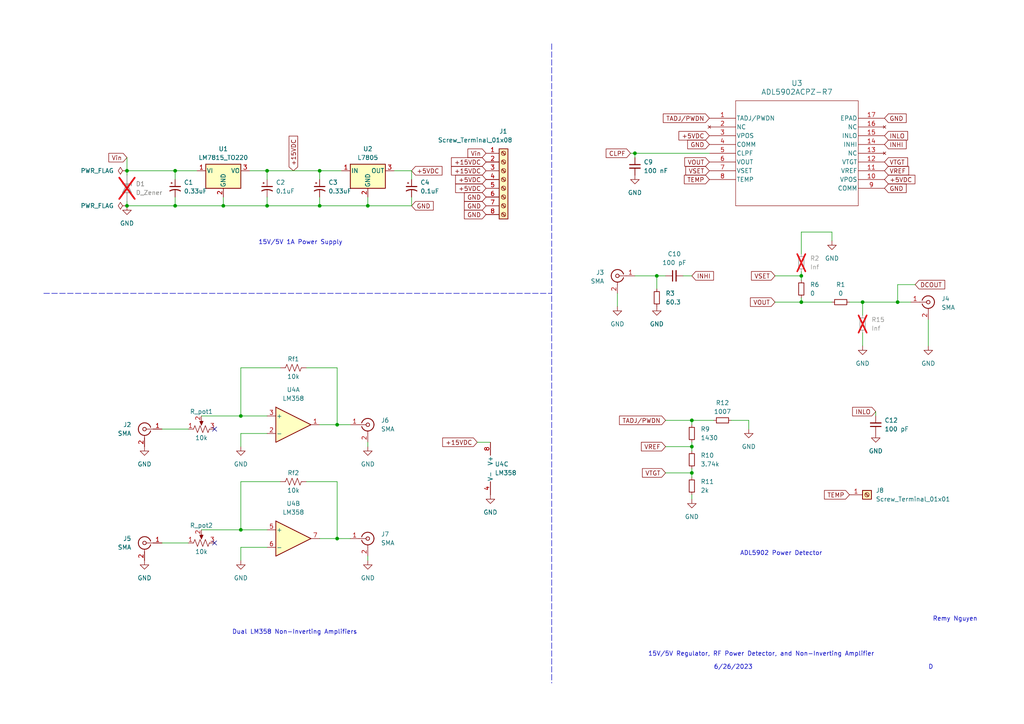
<source format=kicad_sch>
(kicad_sch (version 20230121) (generator eeschema)

  (uuid 0e389307-4ee7-48a5-9908-22ab90894211)

  (paper "A4")

  (lib_symbols
    (symbol "AD5902ACPZ-R7:ADL5902ACPZ-R7" (pin_names (offset 0.254)) (in_bom yes) (on_board yes)
      (property "Reference" "U3" (at 25.4 10.16 0)
        (effects (font (size 1.524 1.524)))
      )
      (property "Value" "ADL5902ACPZ-R7" (at 25.4 7.62 0)
        (effects (font (size 1.524 1.524)))
      )
      (property "Footprint" "CP_16_20_ADI" (at 0 0 0)
        (effects (font (size 1.27 1.27) italic) hide)
      )
      (property "Datasheet" "ADL5902ACPZ-R7" (at 0 0 0)
        (effects (font (size 1.27 1.27) italic) hide)
      )
      (property "ki_locked" "" (at 0 0 0)
        (effects (font (size 1.27 1.27)))
      )
      (property "ki_keywords" "ADL5902ACPZ-R7" (at 0 0 0)
        (effects (font (size 1.27 1.27)) hide)
      )
      (property "ki_fp_filters" "CP_16_20_ADI CP_16_20_ADI-M CP_16_20_ADI-L" (at 0 0 0)
        (effects (font (size 1.27 1.27)) hide)
      )
      (symbol "ADL5902ACPZ-R7_0_1"
        (polyline
          (pts
            (xy 7.62 -25.4)
            (xy 43.18 -25.4)
          )
          (stroke (width 0.127) (type default))
          (fill (type none))
        )
        (polyline
          (pts
            (xy 7.62 5.08)
            (xy 7.62 -25.4)
          )
          (stroke (width 0.127) (type default))
          (fill (type none))
        )
        (polyline
          (pts
            (xy 43.18 -25.4)
            (xy 43.18 5.08)
          )
          (stroke (width 0.127) (type default))
          (fill (type none))
        )
        (polyline
          (pts
            (xy 43.18 5.08)
            (xy 7.62 5.08)
          )
          (stroke (width 0.127) (type default))
          (fill (type none))
        )
        (pin input line (at 0 0 0) (length 7.62)
          (name "TADJ/PWDN" (effects (font (size 1.27 1.27))))
          (number "1" (effects (font (size 1.27 1.27))))
        )
        (pin power_in line (at 50.8 -17.78 180) (length 7.62)
          (name "VPOS" (effects (font (size 1.27 1.27))))
          (number "10" (effects (font (size 1.27 1.27))))
        )
        (pin power_out line (at 50.8 -15.24 180) (length 7.62)
          (name "VREF" (effects (font (size 1.27 1.27))))
          (number "11" (effects (font (size 1.27 1.27))))
        )
        (pin input line (at 50.8 -12.7 180) (length 7.62)
          (name "VTGT" (effects (font (size 1.27 1.27))))
          (number "12" (effects (font (size 1.27 1.27))))
        )
        (pin no_connect line (at 50.8 -10.16 180) (length 7.62)
          (name "NC" (effects (font (size 1.27 1.27))))
          (number "13" (effects (font (size 1.27 1.27))))
        )
        (pin input line (at 50.8 -7.62 180) (length 7.62)
          (name "INHI" (effects (font (size 1.27 1.27))))
          (number "14" (effects (font (size 1.27 1.27))))
        )
        (pin input line (at 50.8 -5.08 180) (length 7.62)
          (name "INLO" (effects (font (size 1.27 1.27))))
          (number "15" (effects (font (size 1.27 1.27))))
        )
        (pin no_connect line (at 50.8 -2.54 180) (length 7.62)
          (name "NC" (effects (font (size 1.27 1.27))))
          (number "16" (effects (font (size 1.27 1.27))))
        )
        (pin power_in line (at 50.8 0 180) (length 7.62)
          (name "EPAD" (effects (font (size 1.27 1.27))))
          (number "17" (effects (font (size 1.27 1.27))))
        )
        (pin no_connect line (at 0 -2.54 0) (length 7.62)
          (name "NC" (effects (font (size 1.27 1.27))))
          (number "2" (effects (font (size 1.27 1.27))))
        )
        (pin power_in line (at 0 -5.08 0) (length 7.62)
          (name "VPOS" (effects (font (size 1.27 1.27))))
          (number "3" (effects (font (size 1.27 1.27))))
        )
        (pin power_in line (at 0 -7.62 0) (length 7.62)
          (name "COMM" (effects (font (size 1.27 1.27))))
          (number "4" (effects (font (size 1.27 1.27))))
        )
        (pin input line (at 0 -10.16 0) (length 7.62)
          (name "CLPF" (effects (font (size 1.27 1.27))))
          (number "5" (effects (font (size 1.27 1.27))))
        )
        (pin output line (at 0 -12.7 0) (length 7.62)
          (name "VOUT" (effects (font (size 1.27 1.27))))
          (number "6" (effects (font (size 1.27 1.27))))
        )
        (pin output line (at 0 -15.24 0) (length 7.62)
          (name "VSET" (effects (font (size 1.27 1.27))))
          (number "7" (effects (font (size 1.27 1.27))))
        )
        (pin output line (at 0 -17.78 0) (length 7.62)
          (name "TEMP" (effects (font (size 1.27 1.27))))
          (number "8" (effects (font (size 1.27 1.27))))
        )
        (pin power_in line (at 50.8 -20.32 180) (length 7.62)
          (name "COMM" (effects (font (size 1.27 1.27))))
          (number "9" (effects (font (size 1.27 1.27))))
        )
      )
    )
    (symbol "Amplifier_Operational:LM358" (pin_names (offset 0.127)) (in_bom yes) (on_board yes)
      (property "Reference" "U" (at 0 5.08 0)
        (effects (font (size 1.27 1.27)) (justify left))
      )
      (property "Value" "LM358" (at 0 -5.08 0)
        (effects (font (size 1.27 1.27)) (justify left))
      )
      (property "Footprint" "" (at 0 0 0)
        (effects (font (size 1.27 1.27)) hide)
      )
      (property "Datasheet" "http://www.ti.com/lit/ds/symlink/lm2904-n.pdf" (at 0 0 0)
        (effects (font (size 1.27 1.27)) hide)
      )
      (property "ki_locked" "" (at 0 0 0)
        (effects (font (size 1.27 1.27)))
      )
      (property "ki_keywords" "dual opamp" (at 0 0 0)
        (effects (font (size 1.27 1.27)) hide)
      )
      (property "ki_description" "Low-Power, Dual Operational Amplifiers, DIP-8/SOIC-8/TO-99-8" (at 0 0 0)
        (effects (font (size 1.27 1.27)) hide)
      )
      (property "ki_fp_filters" "SOIC*3.9x4.9mm*P1.27mm* DIP*W7.62mm* TO*99* OnSemi*Micro8* TSSOP*3x3mm*P0.65mm* TSSOP*4.4x3mm*P0.65mm* MSOP*3x3mm*P0.65mm* SSOP*3.9x4.9mm*P0.635mm* LFCSP*2x2mm*P0.5mm* *SIP* SOIC*5.3x6.2mm*P1.27mm*" (at 0 0 0)
        (effects (font (size 1.27 1.27)) hide)
      )
      (symbol "LM358_1_1"
        (polyline
          (pts
            (xy -5.08 5.08)
            (xy 5.08 0)
            (xy -5.08 -5.08)
            (xy -5.08 5.08)
          )
          (stroke (width 0.254) (type default))
          (fill (type background))
        )
        (pin output line (at 7.62 0 180) (length 2.54)
          (name "~" (effects (font (size 1.27 1.27))))
          (number "1" (effects (font (size 1.27 1.27))))
        )
        (pin input line (at -7.62 -2.54 0) (length 2.54)
          (name "-" (effects (font (size 1.27 1.27))))
          (number "2" (effects (font (size 1.27 1.27))))
        )
        (pin input line (at -7.62 2.54 0) (length 2.54)
          (name "+" (effects (font (size 1.27 1.27))))
          (number "3" (effects (font (size 1.27 1.27))))
        )
      )
      (symbol "LM358_2_1"
        (polyline
          (pts
            (xy -5.08 5.08)
            (xy 5.08 0)
            (xy -5.08 -5.08)
            (xy -5.08 5.08)
          )
          (stroke (width 0.254) (type default))
          (fill (type background))
        )
        (pin input line (at -7.62 2.54 0) (length 2.54)
          (name "+" (effects (font (size 1.27 1.27))))
          (number "5" (effects (font (size 1.27 1.27))))
        )
        (pin input line (at -7.62 -2.54 0) (length 2.54)
          (name "-" (effects (font (size 1.27 1.27))))
          (number "6" (effects (font (size 1.27 1.27))))
        )
        (pin output line (at 7.62 0 180) (length 2.54)
          (name "~" (effects (font (size 1.27 1.27))))
          (number "7" (effects (font (size 1.27 1.27))))
        )
      )
      (symbol "LM358_3_1"
        (pin power_in line (at -2.54 -7.62 90) (length 3.81)
          (name "V-" (effects (font (size 1.27 1.27))))
          (number "4" (effects (font (size 1.27 1.27))))
        )
        (pin power_in line (at -2.54 7.62 270) (length 3.81)
          (name "V+" (effects (font (size 1.27 1.27))))
          (number "8" (effects (font (size 1.27 1.27))))
        )
      )
    )
    (symbol "Connector:Conn_Coaxial" (pin_names (offset 1.016) hide) (in_bom yes) (on_board yes)
      (property "Reference" "J" (at 0.254 3.048 0)
        (effects (font (size 1.27 1.27)))
      )
      (property "Value" "Conn_Coaxial" (at 2.921 0 90)
        (effects (font (size 1.27 1.27)))
      )
      (property "Footprint" "" (at 0 0 0)
        (effects (font (size 1.27 1.27)) hide)
      )
      (property "Datasheet" " ~" (at 0 0 0)
        (effects (font (size 1.27 1.27)) hide)
      )
      (property "ki_keywords" "BNC SMA SMB SMC LEMO coaxial connector CINCH RCA" (at 0 0 0)
        (effects (font (size 1.27 1.27)) hide)
      )
      (property "ki_description" "coaxial connector (BNC, SMA, SMB, SMC, Cinch/RCA, LEMO, ...)" (at 0 0 0)
        (effects (font (size 1.27 1.27)) hide)
      )
      (property "ki_fp_filters" "*BNC* *SMA* *SMB* *SMC* *Cinch* *LEMO*" (at 0 0 0)
        (effects (font (size 1.27 1.27)) hide)
      )
      (symbol "Conn_Coaxial_0_1"
        (arc (start -1.778 -0.508) (mid 0.2311 -1.8066) (end 1.778 0)
          (stroke (width 0.254) (type default))
          (fill (type none))
        )
        (polyline
          (pts
            (xy -2.54 0)
            (xy -0.508 0)
          )
          (stroke (width 0) (type default))
          (fill (type none))
        )
        (polyline
          (pts
            (xy 0 -2.54)
            (xy 0 -1.778)
          )
          (stroke (width 0) (type default))
          (fill (type none))
        )
        (circle (center 0 0) (radius 0.508)
          (stroke (width 0.2032) (type default))
          (fill (type none))
        )
        (arc (start 1.778 0) (mid 0.2099 1.8101) (end -1.778 0.508)
          (stroke (width 0.254) (type default))
          (fill (type none))
        )
      )
      (symbol "Conn_Coaxial_1_1"
        (pin passive line (at -5.08 0 0) (length 2.54)
          (name "In" (effects (font (size 1.27 1.27))))
          (number "1" (effects (font (size 1.27 1.27))))
        )
        (pin passive line (at 0 -5.08 90) (length 2.54)
          (name "Ext" (effects (font (size 1.27 1.27))))
          (number "2" (effects (font (size 1.27 1.27))))
        )
      )
    )
    (symbol "Connector:Screw_Terminal_01x01" (pin_names (offset 1.016) hide) (in_bom yes) (on_board yes)
      (property "Reference" "J" (at 0 2.54 0)
        (effects (font (size 1.27 1.27)))
      )
      (property "Value" "Screw_Terminal_01x01" (at 0 -2.54 0)
        (effects (font (size 1.27 1.27)))
      )
      (property "Footprint" "" (at 0 0 0)
        (effects (font (size 1.27 1.27)) hide)
      )
      (property "Datasheet" "~" (at 0 0 0)
        (effects (font (size 1.27 1.27)) hide)
      )
      (property "ki_keywords" "screw terminal" (at 0 0 0)
        (effects (font (size 1.27 1.27)) hide)
      )
      (property "ki_description" "Generic screw terminal, single row, 01x01, script generated (kicad-library-utils/schlib/autogen/connector/)" (at 0 0 0)
        (effects (font (size 1.27 1.27)) hide)
      )
      (property "ki_fp_filters" "TerminalBlock*:*" (at 0 0 0)
        (effects (font (size 1.27 1.27)) hide)
      )
      (symbol "Screw_Terminal_01x01_1_1"
        (rectangle (start -1.27 1.27) (end 1.27 -1.27)
          (stroke (width 0.254) (type default))
          (fill (type background))
        )
        (polyline
          (pts
            (xy -0.5334 0.3302)
            (xy 0.3302 -0.508)
          )
          (stroke (width 0.1524) (type default))
          (fill (type none))
        )
        (polyline
          (pts
            (xy -0.3556 0.508)
            (xy 0.508 -0.3302)
          )
          (stroke (width 0.1524) (type default))
          (fill (type none))
        )
        (circle (center 0 0) (radius 0.635)
          (stroke (width 0.1524) (type default))
          (fill (type none))
        )
        (pin passive line (at -5.08 0 0) (length 3.81)
          (name "Pin_1" (effects (font (size 1.27 1.27))))
          (number "1" (effects (font (size 1.27 1.27))))
        )
      )
    )
    (symbol "Connector:Screw_Terminal_01x08" (pin_names (offset 1.016) hide) (in_bom yes) (on_board yes)
      (property "Reference" "J" (at 0 10.16 0)
        (effects (font (size 1.27 1.27)))
      )
      (property "Value" "Screw_Terminal_01x08" (at 0 -12.7 0)
        (effects (font (size 1.27 1.27)))
      )
      (property "Footprint" "" (at 0 0 0)
        (effects (font (size 1.27 1.27)) hide)
      )
      (property "Datasheet" "~" (at 0 0 0)
        (effects (font (size 1.27 1.27)) hide)
      )
      (property "ki_keywords" "screw terminal" (at 0 0 0)
        (effects (font (size 1.27 1.27)) hide)
      )
      (property "ki_description" "Generic screw terminal, single row, 01x08, script generated (kicad-library-utils/schlib/autogen/connector/)" (at 0 0 0)
        (effects (font (size 1.27 1.27)) hide)
      )
      (property "ki_fp_filters" "TerminalBlock*:*" (at 0 0 0)
        (effects (font (size 1.27 1.27)) hide)
      )
      (symbol "Screw_Terminal_01x08_1_1"
        (rectangle (start -1.27 8.89) (end 1.27 -11.43)
          (stroke (width 0.254) (type default))
          (fill (type background))
        )
        (circle (center 0 -10.16) (radius 0.635)
          (stroke (width 0.1524) (type default))
          (fill (type none))
        )
        (circle (center 0 -7.62) (radius 0.635)
          (stroke (width 0.1524) (type default))
          (fill (type none))
        )
        (circle (center 0 -5.08) (radius 0.635)
          (stroke (width 0.1524) (type default))
          (fill (type none))
        )
        (circle (center 0 -2.54) (radius 0.635)
          (stroke (width 0.1524) (type default))
          (fill (type none))
        )
        (polyline
          (pts
            (xy -0.5334 -9.8298)
            (xy 0.3302 -10.668)
          )
          (stroke (width 0.1524) (type default))
          (fill (type none))
        )
        (polyline
          (pts
            (xy -0.5334 -7.2898)
            (xy 0.3302 -8.128)
          )
          (stroke (width 0.1524) (type default))
          (fill (type none))
        )
        (polyline
          (pts
            (xy -0.5334 -4.7498)
            (xy 0.3302 -5.588)
          )
          (stroke (width 0.1524) (type default))
          (fill (type none))
        )
        (polyline
          (pts
            (xy -0.5334 -2.2098)
            (xy 0.3302 -3.048)
          )
          (stroke (width 0.1524) (type default))
          (fill (type none))
        )
        (polyline
          (pts
            (xy -0.5334 0.3302)
            (xy 0.3302 -0.508)
          )
          (stroke (width 0.1524) (type default))
          (fill (type none))
        )
        (polyline
          (pts
            (xy -0.5334 2.8702)
            (xy 0.3302 2.032)
          )
          (stroke (width 0.1524) (type default))
          (fill (type none))
        )
        (polyline
          (pts
            (xy -0.5334 5.4102)
            (xy 0.3302 4.572)
          )
          (stroke (width 0.1524) (type default))
          (fill (type none))
        )
        (polyline
          (pts
            (xy -0.5334 7.9502)
            (xy 0.3302 7.112)
          )
          (stroke (width 0.1524) (type default))
          (fill (type none))
        )
        (polyline
          (pts
            (xy -0.3556 -9.652)
            (xy 0.508 -10.4902)
          )
          (stroke (width 0.1524) (type default))
          (fill (type none))
        )
        (polyline
          (pts
            (xy -0.3556 -7.112)
            (xy 0.508 -7.9502)
          )
          (stroke (width 0.1524) (type default))
          (fill (type none))
        )
        (polyline
          (pts
            (xy -0.3556 -4.572)
            (xy 0.508 -5.4102)
          )
          (stroke (width 0.1524) (type default))
          (fill (type none))
        )
        (polyline
          (pts
            (xy -0.3556 -2.032)
            (xy 0.508 -2.8702)
          )
          (stroke (width 0.1524) (type default))
          (fill (type none))
        )
        (polyline
          (pts
            (xy -0.3556 0.508)
            (xy 0.508 -0.3302)
          )
          (stroke (width 0.1524) (type default))
          (fill (type none))
        )
        (polyline
          (pts
            (xy -0.3556 3.048)
            (xy 0.508 2.2098)
          )
          (stroke (width 0.1524) (type default))
          (fill (type none))
        )
        (polyline
          (pts
            (xy -0.3556 5.588)
            (xy 0.508 4.7498)
          )
          (stroke (width 0.1524) (type default))
          (fill (type none))
        )
        (polyline
          (pts
            (xy -0.3556 8.128)
            (xy 0.508 7.2898)
          )
          (stroke (width 0.1524) (type default))
          (fill (type none))
        )
        (circle (center 0 0) (radius 0.635)
          (stroke (width 0.1524) (type default))
          (fill (type none))
        )
        (circle (center 0 2.54) (radius 0.635)
          (stroke (width 0.1524) (type default))
          (fill (type none))
        )
        (circle (center 0 5.08) (radius 0.635)
          (stroke (width 0.1524) (type default))
          (fill (type none))
        )
        (circle (center 0 7.62) (radius 0.635)
          (stroke (width 0.1524) (type default))
          (fill (type none))
        )
        (pin passive line (at -5.08 7.62 0) (length 3.81)
          (name "Pin_1" (effects (font (size 1.27 1.27))))
          (number "1" (effects (font (size 1.27 1.27))))
        )
        (pin passive line (at -5.08 5.08 0) (length 3.81)
          (name "Pin_2" (effects (font (size 1.27 1.27))))
          (number "2" (effects (font (size 1.27 1.27))))
        )
        (pin passive line (at -5.08 2.54 0) (length 3.81)
          (name "Pin_3" (effects (font (size 1.27 1.27))))
          (number "3" (effects (font (size 1.27 1.27))))
        )
        (pin passive line (at -5.08 0 0) (length 3.81)
          (name "Pin_4" (effects (font (size 1.27 1.27))))
          (number "4" (effects (font (size 1.27 1.27))))
        )
        (pin passive line (at -5.08 -2.54 0) (length 3.81)
          (name "Pin_5" (effects (font (size 1.27 1.27))))
          (number "5" (effects (font (size 1.27 1.27))))
        )
        (pin passive line (at -5.08 -5.08 0) (length 3.81)
          (name "Pin_6" (effects (font (size 1.27 1.27))))
          (number "6" (effects (font (size 1.27 1.27))))
        )
        (pin passive line (at -5.08 -7.62 0) (length 3.81)
          (name "Pin_7" (effects (font (size 1.27 1.27))))
          (number "7" (effects (font (size 1.27 1.27))))
        )
        (pin passive line (at -5.08 -10.16 0) (length 3.81)
          (name "Pin_8" (effects (font (size 1.27 1.27))))
          (number "8" (effects (font (size 1.27 1.27))))
        )
      )
    )
    (symbol "Device:C_Polarized_Small_US" (pin_numbers hide) (pin_names (offset 0.254) hide) (in_bom yes) (on_board yes)
      (property "Reference" "C" (at 0.254 1.778 0)
        (effects (font (size 1.27 1.27)) (justify left))
      )
      (property "Value" "C_Polarized_Small_US" (at 0.254 -2.032 0)
        (effects (font (size 1.27 1.27)) (justify left))
      )
      (property "Footprint" "" (at 0 0 0)
        (effects (font (size 1.27 1.27)) hide)
      )
      (property "Datasheet" "~" (at 0 0 0)
        (effects (font (size 1.27 1.27)) hide)
      )
      (property "ki_keywords" "cap capacitor" (at 0 0 0)
        (effects (font (size 1.27 1.27)) hide)
      )
      (property "ki_description" "Polarized capacitor, small US symbol" (at 0 0 0)
        (effects (font (size 1.27 1.27)) hide)
      )
      (property "ki_fp_filters" "CP_*" (at 0 0 0)
        (effects (font (size 1.27 1.27)) hide)
      )
      (symbol "C_Polarized_Small_US_0_1"
        (polyline
          (pts
            (xy -1.524 0.508)
            (xy 1.524 0.508)
          )
          (stroke (width 0.3048) (type default))
          (fill (type none))
        )
        (polyline
          (pts
            (xy -1.27 1.524)
            (xy -0.762 1.524)
          )
          (stroke (width 0) (type default))
          (fill (type none))
        )
        (polyline
          (pts
            (xy -1.016 1.27)
            (xy -1.016 1.778)
          )
          (stroke (width 0) (type default))
          (fill (type none))
        )
        (arc (start 1.524 -0.762) (mid 0 -0.3734) (end -1.524 -0.762)
          (stroke (width 0.3048) (type default))
          (fill (type none))
        )
      )
      (symbol "C_Polarized_Small_US_1_1"
        (pin passive line (at 0 2.54 270) (length 2.032)
          (name "~" (effects (font (size 1.27 1.27))))
          (number "1" (effects (font (size 1.27 1.27))))
        )
        (pin passive line (at 0 -2.54 90) (length 2.032)
          (name "~" (effects (font (size 1.27 1.27))))
          (number "2" (effects (font (size 1.27 1.27))))
        )
      )
    )
    (symbol "Device:C_Small" (pin_numbers hide) (pin_names (offset 0.254) hide) (in_bom yes) (on_board yes)
      (property "Reference" "C" (at 0.254 1.778 0)
        (effects (font (size 1.27 1.27)) (justify left))
      )
      (property "Value" "C_Small" (at 0.254 -2.032 0)
        (effects (font (size 1.27 1.27)) (justify left))
      )
      (property "Footprint" "" (at 0 0 0)
        (effects (font (size 1.27 1.27)) hide)
      )
      (property "Datasheet" "~" (at 0 0 0)
        (effects (font (size 1.27 1.27)) hide)
      )
      (property "ki_keywords" "capacitor cap" (at 0 0 0)
        (effects (font (size 1.27 1.27)) hide)
      )
      (property "ki_description" "Unpolarized capacitor, small symbol" (at 0 0 0)
        (effects (font (size 1.27 1.27)) hide)
      )
      (property "ki_fp_filters" "C_*" (at 0 0 0)
        (effects (font (size 1.27 1.27)) hide)
      )
      (symbol "C_Small_0_1"
        (polyline
          (pts
            (xy -1.524 -0.508)
            (xy 1.524 -0.508)
          )
          (stroke (width 0.3302) (type default))
          (fill (type none))
        )
        (polyline
          (pts
            (xy -1.524 0.508)
            (xy 1.524 0.508)
          )
          (stroke (width 0.3048) (type default))
          (fill (type none))
        )
      )
      (symbol "C_Small_1_1"
        (pin passive line (at 0 2.54 270) (length 2.032)
          (name "~" (effects (font (size 1.27 1.27))))
          (number "1" (effects (font (size 1.27 1.27))))
        )
        (pin passive line (at 0 -2.54 90) (length 2.032)
          (name "~" (effects (font (size 1.27 1.27))))
          (number "2" (effects (font (size 1.27 1.27))))
        )
      )
    )
    (symbol "Device:D_Zener" (pin_numbers hide) (pin_names (offset 1.016) hide) (in_bom yes) (on_board yes)
      (property "Reference" "D" (at 0 2.54 0)
        (effects (font (size 1.27 1.27)))
      )
      (property "Value" "D_Zener" (at 0 -2.54 0)
        (effects (font (size 1.27 1.27)))
      )
      (property "Footprint" "" (at 0 0 0)
        (effects (font (size 1.27 1.27)) hide)
      )
      (property "Datasheet" "~" (at 0 0 0)
        (effects (font (size 1.27 1.27)) hide)
      )
      (property "ki_keywords" "diode" (at 0 0 0)
        (effects (font (size 1.27 1.27)) hide)
      )
      (property "ki_description" "Zener diode" (at 0 0 0)
        (effects (font (size 1.27 1.27)) hide)
      )
      (property "ki_fp_filters" "TO-???* *_Diode_* *SingleDiode* D_*" (at 0 0 0)
        (effects (font (size 1.27 1.27)) hide)
      )
      (symbol "D_Zener_0_1"
        (polyline
          (pts
            (xy 1.27 0)
            (xy -1.27 0)
          )
          (stroke (width 0) (type default))
          (fill (type none))
        )
        (polyline
          (pts
            (xy -1.27 -1.27)
            (xy -1.27 1.27)
            (xy -0.762 1.27)
          )
          (stroke (width 0.254) (type default))
          (fill (type none))
        )
        (polyline
          (pts
            (xy 1.27 -1.27)
            (xy 1.27 1.27)
            (xy -1.27 0)
            (xy 1.27 -1.27)
          )
          (stroke (width 0.254) (type default))
          (fill (type none))
        )
      )
      (symbol "D_Zener_1_1"
        (pin passive line (at -3.81 0 0) (length 2.54)
          (name "K" (effects (font (size 1.27 1.27))))
          (number "1" (effects (font (size 1.27 1.27))))
        )
        (pin passive line (at 3.81 0 180) (length 2.54)
          (name "A" (effects (font (size 1.27 1.27))))
          (number "2" (effects (font (size 1.27 1.27))))
        )
      )
    )
    (symbol "Device:R_Potentiometer_US" (pin_names (offset 1.016) hide) (in_bom yes) (on_board yes)
      (property "Reference" "RV" (at -4.445 0 90)
        (effects (font (size 1.27 1.27)))
      )
      (property "Value" "R_Potentiometer_US" (at -2.54 0 90)
        (effects (font (size 1.27 1.27)))
      )
      (property "Footprint" "" (at 0 0 0)
        (effects (font (size 1.27 1.27)) hide)
      )
      (property "Datasheet" "~" (at 0 0 0)
        (effects (font (size 1.27 1.27)) hide)
      )
      (property "ki_keywords" "resistor variable" (at 0 0 0)
        (effects (font (size 1.27 1.27)) hide)
      )
      (property "ki_description" "Potentiometer, US symbol" (at 0 0 0)
        (effects (font (size 1.27 1.27)) hide)
      )
      (property "ki_fp_filters" "Potentiometer*" (at 0 0 0)
        (effects (font (size 1.27 1.27)) hide)
      )
      (symbol "R_Potentiometer_US_0_1"
        (polyline
          (pts
            (xy 0 -2.286)
            (xy 0 -2.54)
          )
          (stroke (width 0) (type default))
          (fill (type none))
        )
        (polyline
          (pts
            (xy 0 2.54)
            (xy 0 2.286)
          )
          (stroke (width 0) (type default))
          (fill (type none))
        )
        (polyline
          (pts
            (xy 2.54 0)
            (xy 1.524 0)
          )
          (stroke (width 0) (type default))
          (fill (type none))
        )
        (polyline
          (pts
            (xy 1.143 0)
            (xy 2.286 0.508)
            (xy 2.286 -0.508)
            (xy 1.143 0)
          )
          (stroke (width 0) (type default))
          (fill (type outline))
        )
        (polyline
          (pts
            (xy 0 -0.762)
            (xy 1.016 -1.143)
            (xy 0 -1.524)
            (xy -1.016 -1.905)
            (xy 0 -2.286)
          )
          (stroke (width 0) (type default))
          (fill (type none))
        )
        (polyline
          (pts
            (xy 0 0.762)
            (xy 1.016 0.381)
            (xy 0 0)
            (xy -1.016 -0.381)
            (xy 0 -0.762)
          )
          (stroke (width 0) (type default))
          (fill (type none))
        )
        (polyline
          (pts
            (xy 0 2.286)
            (xy 1.016 1.905)
            (xy 0 1.524)
            (xy -1.016 1.143)
            (xy 0 0.762)
          )
          (stroke (width 0) (type default))
          (fill (type none))
        )
      )
      (symbol "R_Potentiometer_US_1_1"
        (pin passive line (at 0 3.81 270) (length 1.27)
          (name "1" (effects (font (size 1.27 1.27))))
          (number "1" (effects (font (size 1.27 1.27))))
        )
        (pin passive line (at 3.81 0 180) (length 1.27)
          (name "2" (effects (font (size 1.27 1.27))))
          (number "2" (effects (font (size 1.27 1.27))))
        )
        (pin passive line (at 0 -3.81 90) (length 1.27)
          (name "3" (effects (font (size 1.27 1.27))))
          (number "3" (effects (font (size 1.27 1.27))))
        )
      )
    )
    (symbol "Device:R_Small" (pin_numbers hide) (pin_names (offset 0.254) hide) (in_bom yes) (on_board yes)
      (property "Reference" "R" (at 0.762 0.508 0)
        (effects (font (size 1.27 1.27)) (justify left))
      )
      (property "Value" "R_Small" (at 0.762 -1.016 0)
        (effects (font (size 1.27 1.27)) (justify left))
      )
      (property "Footprint" "" (at 0 0 0)
        (effects (font (size 1.27 1.27)) hide)
      )
      (property "Datasheet" "~" (at 0 0 0)
        (effects (font (size 1.27 1.27)) hide)
      )
      (property "ki_keywords" "R resistor" (at 0 0 0)
        (effects (font (size 1.27 1.27)) hide)
      )
      (property "ki_description" "Resistor, small symbol" (at 0 0 0)
        (effects (font (size 1.27 1.27)) hide)
      )
      (property "ki_fp_filters" "R_*" (at 0 0 0)
        (effects (font (size 1.27 1.27)) hide)
      )
      (symbol "R_Small_0_1"
        (rectangle (start -0.762 1.778) (end 0.762 -1.778)
          (stroke (width 0.2032) (type default))
          (fill (type none))
        )
      )
      (symbol "R_Small_1_1"
        (pin passive line (at 0 2.54 270) (length 0.762)
          (name "~" (effects (font (size 1.27 1.27))))
          (number "1" (effects (font (size 1.27 1.27))))
        )
        (pin passive line (at 0 -2.54 90) (length 0.762)
          (name "~" (effects (font (size 1.27 1.27))))
          (number "2" (effects (font (size 1.27 1.27))))
        )
      )
    )
    (symbol "Device:R_US" (pin_numbers hide) (pin_names (offset 0)) (in_bom yes) (on_board yes)
      (property "Reference" "R" (at 2.54 0 90)
        (effects (font (size 1.27 1.27)))
      )
      (property "Value" "R_US" (at -2.54 0 90)
        (effects (font (size 1.27 1.27)))
      )
      (property "Footprint" "" (at 1.016 -0.254 90)
        (effects (font (size 1.27 1.27)) hide)
      )
      (property "Datasheet" "~" (at 0 0 0)
        (effects (font (size 1.27 1.27)) hide)
      )
      (property "ki_keywords" "R res resistor" (at 0 0 0)
        (effects (font (size 1.27 1.27)) hide)
      )
      (property "ki_description" "Resistor, US symbol" (at 0 0 0)
        (effects (font (size 1.27 1.27)) hide)
      )
      (property "ki_fp_filters" "R_*" (at 0 0 0)
        (effects (font (size 1.27 1.27)) hide)
      )
      (symbol "R_US_0_1"
        (polyline
          (pts
            (xy 0 -2.286)
            (xy 0 -2.54)
          )
          (stroke (width 0) (type default))
          (fill (type none))
        )
        (polyline
          (pts
            (xy 0 2.286)
            (xy 0 2.54)
          )
          (stroke (width 0) (type default))
          (fill (type none))
        )
        (polyline
          (pts
            (xy 0 -0.762)
            (xy 1.016 -1.143)
            (xy 0 -1.524)
            (xy -1.016 -1.905)
            (xy 0 -2.286)
          )
          (stroke (width 0) (type default))
          (fill (type none))
        )
        (polyline
          (pts
            (xy 0 0.762)
            (xy 1.016 0.381)
            (xy 0 0)
            (xy -1.016 -0.381)
            (xy 0 -0.762)
          )
          (stroke (width 0) (type default))
          (fill (type none))
        )
        (polyline
          (pts
            (xy 0 2.286)
            (xy 1.016 1.905)
            (xy 0 1.524)
            (xy -1.016 1.143)
            (xy 0 0.762)
          )
          (stroke (width 0) (type default))
          (fill (type none))
        )
      )
      (symbol "R_US_1_1"
        (pin passive line (at 0 3.81 270) (length 1.27)
          (name "~" (effects (font (size 1.27 1.27))))
          (number "1" (effects (font (size 1.27 1.27))))
        )
        (pin passive line (at 0 -3.81 90) (length 1.27)
          (name "~" (effects (font (size 1.27 1.27))))
          (number "2" (effects (font (size 1.27 1.27))))
        )
      )
    )
    (symbol "Regulator_Linear:L7805" (pin_names (offset 0.254)) (in_bom yes) (on_board yes)
      (property "Reference" "U" (at -3.81 3.175 0)
        (effects (font (size 1.27 1.27)))
      )
      (property "Value" "L7805" (at 0 3.175 0)
        (effects (font (size 1.27 1.27)) (justify left))
      )
      (property "Footprint" "" (at 0.635 -3.81 0)
        (effects (font (size 1.27 1.27) italic) (justify left) hide)
      )
      (property "Datasheet" "http://www.st.com/content/ccc/resource/technical/document/datasheet/41/4f/b3/b0/12/d4/47/88/CD00000444.pdf/files/CD00000444.pdf/jcr:content/translations/en.CD00000444.pdf" (at 0 -1.27 0)
        (effects (font (size 1.27 1.27)) hide)
      )
      (property "ki_keywords" "Voltage Regulator 1.5A Positive" (at 0 0 0)
        (effects (font (size 1.27 1.27)) hide)
      )
      (property "ki_description" "Positive 1.5A 35V Linear Regulator, Fixed Output 5V, TO-220/TO-263/TO-252" (at 0 0 0)
        (effects (font (size 1.27 1.27)) hide)
      )
      (property "ki_fp_filters" "TO?252* TO?263* TO?220*" (at 0 0 0)
        (effects (font (size 1.27 1.27)) hide)
      )
      (symbol "L7805_0_1"
        (rectangle (start -5.08 1.905) (end 5.08 -5.08)
          (stroke (width 0.254) (type default))
          (fill (type background))
        )
      )
      (symbol "L7805_1_1"
        (pin power_in line (at -7.62 0 0) (length 2.54)
          (name "IN" (effects (font (size 1.27 1.27))))
          (number "1" (effects (font (size 1.27 1.27))))
        )
        (pin power_in line (at 0 -7.62 90) (length 2.54)
          (name "GND" (effects (font (size 1.27 1.27))))
          (number "2" (effects (font (size 1.27 1.27))))
        )
        (pin power_out line (at 7.62 0 180) (length 2.54)
          (name "OUT" (effects (font (size 1.27 1.27))))
          (number "3" (effects (font (size 1.27 1.27))))
        )
      )
    )
    (symbol "Regulator_Linear:LM7815_TO220" (pin_names (offset 0.254)) (in_bom yes) (on_board yes)
      (property "Reference" "U" (at -3.81 3.175 0)
        (effects (font (size 1.27 1.27)))
      )
      (property "Value" "LM7815_TO220" (at 0 3.175 0)
        (effects (font (size 1.27 1.27)) (justify left))
      )
      (property "Footprint" "Package_TO_SOT_THT:TO-220-3_Vertical" (at 0 5.715 0)
        (effects (font (size 1.27 1.27) italic) hide)
      )
      (property "Datasheet" "https://www.onsemi.cn/PowerSolutions/document/MC7800-D.PDF" (at 0 -1.27 0)
        (effects (font (size 1.27 1.27)) hide)
      )
      (property "ki_keywords" "Voltage Regulator 1A Positive" (at 0 0 0)
        (effects (font (size 1.27 1.27)) hide)
      )
      (property "ki_description" "Positive 1A 35V Linear Regulator, Fixed Output 15V, TO-220" (at 0 0 0)
        (effects (font (size 1.27 1.27)) hide)
      )
      (property "ki_fp_filters" "TO?220*" (at 0 0 0)
        (effects (font (size 1.27 1.27)) hide)
      )
      (symbol "LM7815_TO220_0_1"
        (rectangle (start -5.08 1.905) (end 5.08 -5.08)
          (stroke (width 0.254) (type default))
          (fill (type background))
        )
      )
      (symbol "LM7815_TO220_1_1"
        (pin power_in line (at -7.62 0 0) (length 2.54)
          (name "VI" (effects (font (size 1.27 1.27))))
          (number "1" (effects (font (size 1.27 1.27))))
        )
        (pin power_in line (at 0 -7.62 90) (length 2.54)
          (name "GND" (effects (font (size 1.27 1.27))))
          (number "2" (effects (font (size 1.27 1.27))))
        )
        (pin power_out line (at 7.62 0 180) (length 2.54)
          (name "VO" (effects (font (size 1.27 1.27))))
          (number "3" (effects (font (size 1.27 1.27))))
        )
      )
    )
    (symbol "power:GND" (power) (pin_names (offset 0)) (in_bom yes) (on_board yes)
      (property "Reference" "#PWR" (at 0 -6.35 0)
        (effects (font (size 1.27 1.27)) hide)
      )
      (property "Value" "GND" (at 0 -3.81 0)
        (effects (font (size 1.27 1.27)))
      )
      (property "Footprint" "" (at 0 0 0)
        (effects (font (size 1.27 1.27)) hide)
      )
      (property "Datasheet" "" (at 0 0 0)
        (effects (font (size 1.27 1.27)) hide)
      )
      (property "ki_keywords" "global power" (at 0 0 0)
        (effects (font (size 1.27 1.27)) hide)
      )
      (property "ki_description" "Power symbol creates a global label with name \"GND\" , ground" (at 0 0 0)
        (effects (font (size 1.27 1.27)) hide)
      )
      (symbol "GND_0_1"
        (polyline
          (pts
            (xy 0 0)
            (xy 0 -1.27)
            (xy 1.27 -1.27)
            (xy 0 -2.54)
            (xy -1.27 -1.27)
            (xy 0 -1.27)
          )
          (stroke (width 0) (type default))
          (fill (type none))
        )
      )
      (symbol "GND_1_1"
        (pin power_in line (at 0 0 270) (length 0) hide
          (name "GND" (effects (font (size 1.27 1.27))))
          (number "1" (effects (font (size 1.27 1.27))))
        )
      )
    )
    (symbol "power:PWR_FLAG" (power) (pin_numbers hide) (pin_names (offset 0) hide) (in_bom yes) (on_board yes)
      (property "Reference" "#FLG" (at 0 1.905 0)
        (effects (font (size 1.27 1.27)) hide)
      )
      (property "Value" "PWR_FLAG" (at 0 3.81 0)
        (effects (font (size 1.27 1.27)))
      )
      (property "Footprint" "" (at 0 0 0)
        (effects (font (size 1.27 1.27)) hide)
      )
      (property "Datasheet" "~" (at 0 0 0)
        (effects (font (size 1.27 1.27)) hide)
      )
      (property "ki_keywords" "flag power" (at 0 0 0)
        (effects (font (size 1.27 1.27)) hide)
      )
      (property "ki_description" "Special symbol for telling ERC where power comes from" (at 0 0 0)
        (effects (font (size 1.27 1.27)) hide)
      )
      (symbol "PWR_FLAG_0_0"
        (pin power_out line (at 0 0 90) (length 0)
          (name "pwr" (effects (font (size 1.27 1.27))))
          (number "1" (effects (font (size 1.27 1.27))))
        )
      )
      (symbol "PWR_FLAG_0_1"
        (polyline
          (pts
            (xy 0 0)
            (xy 0 1.27)
            (xy -1.016 1.905)
            (xy 0 2.54)
            (xy 1.016 1.905)
            (xy 0 1.27)
          )
          (stroke (width 0) (type default))
          (fill (type none))
        )
      )
    )
  )

  (junction (at 36.83 59.69) (diameter 0) (color 0 0 0 0)
    (uuid 1695bf18-f81f-4963-9b71-53e6762658af)
  )
  (junction (at 260.35 87.63) (diameter 0) (color 0 0 0 0)
    (uuid 1cb163a8-700d-44f0-b740-4044e5f64913)
  )
  (junction (at 50.8 59.69) (diameter 0) (color 0 0 0 0)
    (uuid 2c638b09-d0dd-4345-b9d1-42e93100b1a4)
  )
  (junction (at 92.71 59.69) (diameter 0) (color 0 0 0 0)
    (uuid 3602a6e7-6624-45a5-a65e-cb7b2fb36b55)
  )
  (junction (at 106.68 59.69) (diameter 0) (color 0 0 0 0)
    (uuid 43b79fdf-d706-4c7d-aa43-5a2a73d6b904)
  )
  (junction (at 200.66 121.92) (diameter 0) (color 0 0 0 0)
    (uuid 497e732e-a321-4e35-a405-d15cc8b984c1)
  )
  (junction (at 50.8 49.53) (diameter 0) (color 0 0 0 0)
    (uuid 4a2d54f3-031e-48e7-a529-cfff21fdbe33)
  )
  (junction (at 184.15 44.45) (diameter 0) (color 0 0 0 0)
    (uuid 7331e88d-2875-4dab-a255-9bc4cd4e75e3)
  )
  (junction (at 69.85 153.67) (diameter 0) (color 0 0 0 0)
    (uuid 8219e5f9-0b57-49fd-a6c3-3b9fe3601a3c)
  )
  (junction (at 36.83 49.53) (diameter 0) (color 0 0 0 0)
    (uuid 87d04836-f914-4ab9-8449-dd8b4e70204e)
  )
  (junction (at 92.71 49.53) (diameter 0) (color 0 0 0 0)
    (uuid 8ac7ecf1-2d64-4d27-8e8e-15ed72cad1c5)
  )
  (junction (at 64.77 59.69) (diameter 0) (color 0 0 0 0)
    (uuid 8c76423f-10ee-43b9-a215-aa1a8d018b9e)
  )
  (junction (at 97.79 123.19) (diameter 0) (color 0 0 0 0)
    (uuid 95b62a3a-d55c-4aed-9880-34741b6eb73d)
  )
  (junction (at 232.41 87.63) (diameter 0) (color 0 0 0 0)
    (uuid 9a6bee55-17b6-4fd0-8526-bf3e9f29b602)
  )
  (junction (at 200.66 137.16) (diameter 0) (color 0 0 0 0)
    (uuid adc19756-79e9-44de-843b-00c9737a885e)
  )
  (junction (at 77.47 49.53) (diameter 0) (color 0 0 0 0)
    (uuid b2555131-e535-4bf5-b8a3-b105409d784d)
  )
  (junction (at 77.47 59.69) (diameter 0) (color 0 0 0 0)
    (uuid b748a343-b073-425b-a2f6-b6341b6b421a)
  )
  (junction (at 97.79 156.21) (diameter 0) (color 0 0 0 0)
    (uuid c6366352-d1d7-4d6d-af38-c839c232e7c2)
  )
  (junction (at 232.41 80.01) (diameter 0) (color 0 0 0 0)
    (uuid d1571de6-45ce-406b-ada4-12b06aa806c9)
  )
  (junction (at 190.5 80.01) (diameter 0) (color 0 0 0 0)
    (uuid dfa97771-f539-49b9-affe-e1e75bda453e)
  )
  (junction (at 200.66 129.54) (diameter 0) (color 0 0 0 0)
    (uuid e0c877f0-0b1c-4f94-ace2-a560e01ee5ff)
  )
  (junction (at 250.19 87.63) (diameter 0) (color 0 0 0 0)
    (uuid e6d6a1f2-5a25-4566-aa9e-6d5c1e7a9263)
  )
  (junction (at 69.85 120.65) (diameter 0) (color 0 0 0 0)
    (uuid f161ad24-f1b8-4e3e-aa40-84d397b6e639)
  )

  (no_connect (at 62.23 157.48) (uuid 48f95d3e-9050-4a29-a650-ea444594b289))
  (no_connect (at 62.23 124.46) (uuid 54eee526-16f7-4ed0-8ea2-3df6eb3e6e72))

  (wire (pts (xy 77.47 49.53) (xy 92.71 49.53))
    (stroke (width 0) (type default))
    (uuid 03b18904-dbb4-4107-af08-f09eacce5489)
  )
  (wire (pts (xy 36.83 58.42) (xy 36.83 59.69))
    (stroke (width 0) (type default))
    (uuid 047c2918-0ea7-4543-8bc3-b4e2978111bc)
  )
  (wire (pts (xy 36.83 45.72) (xy 36.83 49.53))
    (stroke (width 0) (type default))
    (uuid 0627c445-fae0-4075-a7dd-beb72a963951)
  )
  (wire (pts (xy 46.99 124.46) (xy 54.61 124.46))
    (stroke (width 0) (type default))
    (uuid 079e9c02-240f-4cc9-846d-3c158a064206)
  )
  (wire (pts (xy 224.79 87.63) (xy 232.41 87.63))
    (stroke (width 0) (type default))
    (uuid 07ad0bcc-f812-45c6-97b5-c8d581b397c7)
  )
  (wire (pts (xy 232.41 67.31) (xy 232.41 73.66))
    (stroke (width 0) (type default))
    (uuid 08b899cd-e543-4420-83fe-2b9c39588338)
  )
  (wire (pts (xy 97.79 123.19) (xy 101.6 123.19))
    (stroke (width 0) (type default))
    (uuid 0ace51cb-b532-4f2b-96a0-c4ddfac90067)
  )
  (wire (pts (xy 217.17 121.92) (xy 212.09 121.92))
    (stroke (width 0) (type default))
    (uuid 0adfd299-ea26-402f-9ae6-33c635b2859d)
  )
  (wire (pts (xy 193.04 121.92) (xy 200.66 121.92))
    (stroke (width 0) (type default))
    (uuid 0b0643c9-998a-450e-afa1-3ac08d6e4e9a)
  )
  (wire (pts (xy 72.39 49.53) (xy 77.47 49.53))
    (stroke (width 0) (type default))
    (uuid 0bfd9fb4-6183-40bd-a249-a0b27fd977d8)
  )
  (wire (pts (xy 198.12 80.01) (xy 200.66 80.01))
    (stroke (width 0) (type default))
    (uuid 0c93e99e-4521-46c9-80ee-a72bd58bf532)
  )
  (wire (pts (xy 217.17 124.46) (xy 217.17 121.92))
    (stroke (width 0) (type default))
    (uuid 11db093b-fa74-4a60-9ec0-96924257bf1b)
  )
  (wire (pts (xy 64.77 59.69) (xy 77.47 59.69))
    (stroke (width 0) (type default))
    (uuid 12e93d9a-ebce-4148-8228-241f2acf6f72)
  )
  (wire (pts (xy 265.43 82.55) (xy 260.35 82.55))
    (stroke (width 0) (type default))
    (uuid 14e8932a-251f-47fb-babf-533f32c32405)
  )
  (wire (pts (xy 64.77 57.15) (xy 64.77 59.69))
    (stroke (width 0) (type default))
    (uuid 198d5469-62c5-433c-bd0f-5e87d2cb215a)
  )
  (wire (pts (xy 138.43 128.27) (xy 142.24 128.27))
    (stroke (width 0) (type default))
    (uuid 1be9ef20-0626-4efe-bbd2-897f10f40ba5)
  )
  (wire (pts (xy 69.85 106.68) (xy 69.85 120.65))
    (stroke (width 0) (type default))
    (uuid 1e1d7d52-38aa-477c-bf15-dc43543d57ca)
  )
  (wire (pts (xy 69.85 162.56) (xy 69.85 158.75))
    (stroke (width 0) (type default))
    (uuid 1eb29ed1-1ee2-4a11-a17c-4b4dbfbbe258)
  )
  (wire (pts (xy 200.66 121.92) (xy 207.01 121.92))
    (stroke (width 0) (type default))
    (uuid 1f694219-c623-4217-b586-c7575d4d76df)
  )
  (wire (pts (xy 260.35 87.63) (xy 264.16 87.63))
    (stroke (width 0) (type default))
    (uuid 291ae5a7-7616-4a48-9bc2-d362ff83cc83)
  )
  (polyline (pts (xy 12.7 85.09) (xy 160.02 85.09))
    (stroke (width 0) (type dash))
    (uuid 30063e79-efd8-42cb-a913-772d12d794c0)
  )

  (wire (pts (xy 119.38 59.69) (xy 119.38 57.15))
    (stroke (width 0) (type default))
    (uuid 314d82cc-4e7c-4f58-8ae2-355cec037c50)
  )
  (wire (pts (xy 69.85 158.75) (xy 77.47 158.75))
    (stroke (width 0) (type default))
    (uuid 391e1560-2733-4590-80b1-59bb3a1cc58d)
  )
  (wire (pts (xy 190.5 80.01) (xy 193.04 80.01))
    (stroke (width 0) (type default))
    (uuid 3943d721-28ea-48df-98f4-cf03adb197c2)
  )
  (wire (pts (xy 69.85 120.65) (xy 77.47 120.65))
    (stroke (width 0) (type default))
    (uuid 39c8d0da-a204-482e-addb-a5d236c5d2ea)
  )
  (wire (pts (xy 69.85 153.67) (xy 77.47 153.67))
    (stroke (width 0) (type default))
    (uuid 3abd3c90-476a-4ae3-adfe-f57c5aec0102)
  )
  (wire (pts (xy 92.71 59.69) (xy 106.68 59.69))
    (stroke (width 0) (type default))
    (uuid 3b25c1b0-2c89-4fe7-abac-e6f4a99cdf25)
  )
  (wire (pts (xy 232.41 86.36) (xy 232.41 87.63))
    (stroke (width 0) (type default))
    (uuid 3effe21a-042d-47dd-9ea1-458ca79fa209)
  )
  (wire (pts (xy 246.38 87.63) (xy 250.19 87.63))
    (stroke (width 0) (type default))
    (uuid 4279c915-0fdf-4a17-b07d-e5f1b24587b9)
  )
  (wire (pts (xy 106.68 129.54) (xy 106.68 128.27))
    (stroke (width 0) (type default))
    (uuid 486d6973-bea3-485a-9571-476c13181a04)
  )
  (wire (pts (xy 77.47 57.15) (xy 77.47 59.69))
    (stroke (width 0) (type default))
    (uuid 4a9f5e67-bbd6-407f-9f7a-9d460f57ee84)
  )
  (wire (pts (xy 250.19 96.52) (xy 250.19 100.33))
    (stroke (width 0) (type default))
    (uuid 4be2ad52-fec1-43f7-b59c-c56274d2999b)
  )
  (wire (pts (xy 200.66 129.54) (xy 200.66 130.81))
    (stroke (width 0) (type default))
    (uuid 4cf5f1d9-b420-4e7b-9b09-001ecad038ca)
  )
  (wire (pts (xy 179.07 85.09) (xy 179.07 88.9))
    (stroke (width 0) (type default))
    (uuid 4d618107-deb9-479d-ba01-d41c099643e3)
  )
  (wire (pts (xy 97.79 139.7) (xy 88.9 139.7))
    (stroke (width 0) (type default))
    (uuid 513fe075-21c3-46c1-87b4-28fa28886886)
  )
  (wire (pts (xy 119.38 52.07) (xy 119.38 49.53))
    (stroke (width 0) (type default))
    (uuid 56a90337-c72f-4779-a44b-69e2fbfde0af)
  )
  (wire (pts (xy 50.8 59.69) (xy 64.77 59.69))
    (stroke (width 0) (type default))
    (uuid 58ae9758-d97c-482f-b64c-559d07818ac7)
  )
  (wire (pts (xy 92.71 57.15) (xy 92.71 59.69))
    (stroke (width 0) (type default))
    (uuid 593240d6-8532-47c0-a3c3-7588144d67c5)
  )
  (wire (pts (xy 193.04 129.54) (xy 200.66 129.54))
    (stroke (width 0) (type default))
    (uuid 59efe237-8e7b-4e3d-b0a8-7c06e698a077)
  )
  (wire (pts (xy 232.41 78.74) (xy 232.41 80.01))
    (stroke (width 0) (type default))
    (uuid 5d9aa70b-f487-414c-aab3-76315803bfcc)
  )
  (wire (pts (xy 200.66 135.89) (xy 200.66 137.16))
    (stroke (width 0) (type default))
    (uuid 5e668922-02e1-44ad-a7f5-c81a0609ff91)
  )
  (wire (pts (xy 92.71 52.07) (xy 92.71 49.53))
    (stroke (width 0) (type default))
    (uuid 6276f52e-73a0-404e-a10f-334ae6d07d9f)
  )
  (wire (pts (xy 190.5 80.01) (xy 190.5 83.82))
    (stroke (width 0) (type default))
    (uuid 638a6768-62b5-46e7-82b4-307f9347f081)
  )
  (polyline (pts (xy 160.02 12.7) (xy 160.02 198.12))
    (stroke (width 0) (type dash))
    (uuid 67e05801-923f-4169-9730-83850529e413)
  )

  (wire (pts (xy 77.47 49.53) (xy 77.47 52.07))
    (stroke (width 0) (type default))
    (uuid 699cfa89-62c5-40aa-9236-b34c4097d3ee)
  )
  (wire (pts (xy 232.41 67.31) (xy 241.3 67.31))
    (stroke (width 0) (type default))
    (uuid 6bdc4731-7bf9-491c-8a63-4fcc9c0ab368)
  )
  (wire (pts (xy 97.79 106.68) (xy 97.79 123.19))
    (stroke (width 0) (type default))
    (uuid 6c1a966a-360b-4958-825c-294a88fc3b85)
  )
  (wire (pts (xy 58.42 153.67) (xy 69.85 153.67))
    (stroke (width 0) (type default))
    (uuid 7570157e-6d95-40c0-8d6f-127202ae71af)
  )
  (wire (pts (xy 184.15 45.72) (xy 184.15 44.45))
    (stroke (width 0) (type default))
    (uuid 777a8dda-35d1-4e0b-b2fb-db34fd9a79bc)
  )
  (wire (pts (xy 36.83 49.53) (xy 36.83 50.8))
    (stroke (width 0) (type default))
    (uuid 778949af-f557-4b8c-945d-8f42e543df44)
  )
  (wire (pts (xy 232.41 87.63) (xy 241.3 87.63))
    (stroke (width 0) (type default))
    (uuid 7c921221-c058-48d6-bbf7-27777c606b04)
  )
  (wire (pts (xy 36.83 49.53) (xy 50.8 49.53))
    (stroke (width 0) (type default))
    (uuid 84a79293-ba65-4237-8451-d60bb25bbc2e)
  )
  (wire (pts (xy 200.66 121.92) (xy 200.66 123.19))
    (stroke (width 0) (type default))
    (uuid 84ddf14d-baf1-48fd-92e4-fd10c727a8e6)
  )
  (wire (pts (xy 92.71 123.19) (xy 97.79 123.19))
    (stroke (width 0) (type default))
    (uuid 861c72b3-c363-4e9a-b775-e42df644bacf)
  )
  (wire (pts (xy 119.38 49.53) (xy 114.3 49.53))
    (stroke (width 0) (type default))
    (uuid 86a72af4-69ec-4992-a719-107890e2f5b8)
  )
  (wire (pts (xy 58.42 120.65) (xy 69.85 120.65))
    (stroke (width 0) (type default))
    (uuid 8c042b7a-291c-4cd1-8b5e-efb8959d0674)
  )
  (wire (pts (xy 106.68 57.15) (xy 106.68 59.69))
    (stroke (width 0) (type default))
    (uuid 8dbf6799-af06-4437-acb9-50bf2f47064c)
  )
  (wire (pts (xy 97.79 156.21) (xy 101.6 156.21))
    (stroke (width 0) (type default))
    (uuid 9106c90e-d51d-4b57-83dc-8dc2cce000bf)
  )
  (wire (pts (xy 50.8 49.53) (xy 50.8 52.07))
    (stroke (width 0) (type default))
    (uuid 926e46ac-1f95-4989-a4d6-82d495274ac3)
  )
  (wire (pts (xy 97.79 139.7) (xy 97.79 156.21))
    (stroke (width 0) (type default))
    (uuid 9758a3a0-1a78-4412-947f-07fb0f182e54)
  )
  (wire (pts (xy 224.79 80.01) (xy 232.41 80.01))
    (stroke (width 0) (type default))
    (uuid 9a59d74c-e5fa-4fe1-b34e-b09a845a5b50)
  )
  (wire (pts (xy 92.71 156.21) (xy 97.79 156.21))
    (stroke (width 0) (type default))
    (uuid 9d488a62-89cc-454a-8f88-c85f67c81971)
  )
  (wire (pts (xy 106.68 162.56) (xy 106.68 161.29))
    (stroke (width 0) (type default))
    (uuid 9d9511d5-9874-4726-882f-0b132ea8ef6f)
  )
  (wire (pts (xy 106.68 59.69) (xy 119.38 59.69))
    (stroke (width 0) (type default))
    (uuid 9f1f7493-67c1-49af-8892-330d31b271ca)
  )
  (wire (pts (xy 184.15 44.45) (xy 205.74 44.45))
    (stroke (width 0) (type default))
    (uuid a5e4e274-dd05-4396-89bc-a562f1b2a8a4)
  )
  (wire (pts (xy 184.15 80.01) (xy 190.5 80.01))
    (stroke (width 0) (type default))
    (uuid a788c1f6-4cdf-4b37-beaa-d356315e92d6)
  )
  (wire (pts (xy 241.3 67.31) (xy 241.3 69.85))
    (stroke (width 0) (type default))
    (uuid a8894844-5d26-47b1-9518-d3fad5f36fab)
  )
  (wire (pts (xy 200.66 137.16) (xy 200.66 138.43))
    (stroke (width 0) (type default))
    (uuid a94fbe44-bf9e-4c8c-b65b-73f4784ef09d)
  )
  (wire (pts (xy 69.85 129.54) (xy 69.85 125.73))
    (stroke (width 0) (type default))
    (uuid af842c95-349b-4268-b7e5-493939473232)
  )
  (wire (pts (xy 250.19 87.63) (xy 250.19 91.44))
    (stroke (width 0) (type default))
    (uuid b11cfec7-f2c9-443e-af5b-62c743471bc5)
  )
  (wire (pts (xy 36.83 59.69) (xy 50.8 59.69))
    (stroke (width 0) (type default))
    (uuid b5766681-d529-449f-94eb-36dfd0be768c)
  )
  (wire (pts (xy 250.19 87.63) (xy 260.35 87.63))
    (stroke (width 0) (type default))
    (uuid b86b65b0-7bce-4ad4-93ea-aecde110e9f9)
  )
  (wire (pts (xy 81.28 106.68) (xy 69.85 106.68))
    (stroke (width 0) (type default))
    (uuid bf8e2fd6-a12d-4ba9-ab39-e30c62b076c3)
  )
  (wire (pts (xy 50.8 49.53) (xy 57.15 49.53))
    (stroke (width 0) (type default))
    (uuid c32a4c49-f750-4626-9959-91606a0523b0)
  )
  (wire (pts (xy 254 119.38) (xy 254 120.65))
    (stroke (width 0) (type default))
    (uuid c5ce6c00-9c4a-4e7a-b7ed-5382df05f641)
  )
  (wire (pts (xy 81.28 139.7) (xy 69.85 139.7))
    (stroke (width 0) (type default))
    (uuid cd224600-089a-40b3-97d4-0d867ffbd163)
  )
  (wire (pts (xy 232.41 80.01) (xy 232.41 81.28))
    (stroke (width 0) (type default))
    (uuid cfb46d69-d794-467c-a5ef-bf90f34a5f07)
  )
  (wire (pts (xy 269.24 92.71) (xy 269.24 100.33))
    (stroke (width 0) (type default))
    (uuid cfc1d3d7-11c3-46df-9278-e0bbeea0c1ea)
  )
  (wire (pts (xy 50.8 57.15) (xy 50.8 59.69))
    (stroke (width 0) (type default))
    (uuid d4f32802-018b-48f6-b240-b50d0f48d55e)
  )
  (wire (pts (xy 69.85 125.73) (xy 77.47 125.73))
    (stroke (width 0) (type default))
    (uuid d7114b29-5d96-4a88-8b61-b687d70c2d9f)
  )
  (wire (pts (xy 46.99 157.48) (xy 54.61 157.48))
    (stroke (width 0) (type default))
    (uuid d9b51c90-4a10-49e8-8b22-4e27035ab411)
  )
  (wire (pts (xy 92.71 49.53) (xy 99.06 49.53))
    (stroke (width 0) (type default))
    (uuid e27405b0-dbc3-43ff-ab95-3d6e3a216fe1)
  )
  (wire (pts (xy 260.35 82.55) (xy 260.35 87.63))
    (stroke (width 0) (type default))
    (uuid ebf70d1a-3bb7-4ddc-9f68-29b88f171419)
  )
  (wire (pts (xy 200.66 143.51) (xy 200.66 144.78))
    (stroke (width 0) (type default))
    (uuid f12bbd07-d7ec-4780-9554-f9aa1abae51f)
  )
  (wire (pts (xy 69.85 139.7) (xy 69.85 153.67))
    (stroke (width 0) (type default))
    (uuid f4762af4-5f5c-4b62-9512-5b9941171383)
  )
  (wire (pts (xy 97.79 106.68) (xy 88.9 106.68))
    (stroke (width 0) (type default))
    (uuid f5ca0cb2-0747-4549-a133-8d251d10c7ad)
  )
  (wire (pts (xy 77.47 59.69) (xy 92.71 59.69))
    (stroke (width 0) (type default))
    (uuid f5cb5ecf-4f91-4620-9d68-4c551f62b43a)
  )
  (wire (pts (xy 182.88 44.45) (xy 184.15 44.45))
    (stroke (width 0) (type default))
    (uuid fbf47a16-efaa-4291-8fb8-7e96766b9eec)
  )
  (wire (pts (xy 200.66 129.54) (xy 200.66 128.27))
    (stroke (width 0) (type default))
    (uuid fcacf299-a939-4d7d-8c45-7ada39d893f1)
  )
  (wire (pts (xy 200.66 137.16) (xy 193.04 137.16))
    (stroke (width 0) (type default))
    (uuid ffb63587-45ad-477f-ab6b-be51339febd5)
  )

  (text "6/26/2023" (at 207.01 194.31 0)
    (effects (font (size 1.27 1.27)) (justify left bottom))
    (uuid 115004c5-5b21-4c16-98a3-cc88203a266f)
  )
  (text "ADL5902 Power Detector" (at 214.63 161.29 0)
    (effects (font (size 1.27 1.27)) (justify left bottom))
    (uuid 3d72284b-7970-446b-b8d8-254424985c88)
  )
  (text "Dual LM358 Non-Inverting Amplifiers" (at 67.31 184.15 0)
    (effects (font (size 1.27 1.27)) (justify left bottom))
    (uuid 5490d266-f5ba-489a-810e-16df36205c41)
  )
  (text "15V/5V 1A Power Supply" (at 74.93 71.12 0)
    (effects (font (size 1.27 1.27)) (justify left bottom))
    (uuid 75dcba08-3293-4258-b1fd-10f01c075313)
  )
  (text "Remy Nguyen" (at 270.51 180.34 0)
    (effects (font (size 1.27 1.27)) (justify left bottom))
    (uuid c6478efe-ac44-4e8f-88d6-f17050a2957f)
  )
  (text "15V/5V Regulator, RF Power Detector, and Non-Inverting Amplifier\n"
    (at 187.96 190.5 0)
    (effects (font (size 1.27 1.27)) (justify left bottom))
    (uuid f6967fbc-47c4-4be0-8a77-218de6572856)
  )
  (text "D" (at 269.24 194.31 0)
    (effects (font (size 1.27 1.27)) (justify left bottom))
    (uuid fb03fd99-1f81-4a18-8721-d1f810d1b227)
  )

  (global_label "VSET" (shape input) (at 224.79 80.01 180) (fields_autoplaced)
    (effects (font (size 1.27 1.27)) (justify right))
    (uuid 0713aea6-9697-4b3c-9974-7355905c8a5e)
    (property "Intersheetrefs" "${INTERSHEET_REFS}" (at 217.4695 80.01 0)
      (effects (font (size 1.27 1.27)) (justify right) hide)
    )
  )
  (global_label "Vin" (shape input) (at 36.83 45.72 180) (fields_autoplaced)
    (effects (font (size 1.27 1.27)) (justify right))
    (uuid 16338aad-f8a4-4725-91c9-78bd3352f2d4)
    (property "Intersheetrefs" "${INTERSHEET_REFS}" (at 31.0818 45.72 0)
      (effects (font (size 1.27 1.27)) (justify right) hide)
    )
  )
  (global_label "VOUT" (shape input) (at 224.79 87.63 180) (fields_autoplaced)
    (effects (font (size 1.27 1.27)) (justify right))
    (uuid 17e78c56-50a1-4eca-a680-a8d600d54842)
    (property "Intersheetrefs" "${INTERSHEET_REFS}" (at 217.167 87.63 0)
      (effects (font (size 1.27 1.27)) (justify right) hide)
    )
  )
  (global_label "INLO" (shape input) (at 254 119.38 180) (fields_autoplaced)
    (effects (font (size 1.27 1.27)) (justify right))
    (uuid 27fface4-deca-4fa0-aa93-d7dbe01d4847)
    (property "Intersheetrefs" "${INTERSHEET_REFS}" (at 246.8003 119.38 0)
      (effects (font (size 1.27 1.27)) (justify right) hide)
    )
  )
  (global_label "TADJ{slash}PWDN" (shape input) (at 193.04 121.92 180) (fields_autoplaced)
    (effects (font (size 1.27 1.27)) (justify right))
    (uuid 2aa4964c-c2ad-478a-9289-4c9cd6452276)
    (property "Intersheetrefs" "${INTERSHEET_REFS}" (at 179.188 121.92 0)
      (effects (font (size 1.27 1.27)) (justify right) hide)
    )
  )
  (global_label "+15VDC" (shape input) (at 140.97 49.53 180) (fields_autoplaced)
    (effects (font (size 1.27 1.27)) (justify right))
    (uuid 2af53d7d-e9b9-46ea-8e86-531ab7f3bcf8)
    (property "Intersheetrefs" "${INTERSHEET_REFS}" (at 130.4442 49.53 0)
      (effects (font (size 1.27 1.27)) (justify right) hide)
    )
  )
  (global_label "DCOUT" (shape input) (at 265.43 82.55 0) (fields_autoplaced)
    (effects (font (size 1.27 1.27)) (justify left))
    (uuid 337a426d-7338-48c9-b241-2ecfd0652961)
    (property "Intersheetrefs" "${INTERSHEET_REFS}" (at 274.5044 82.55 0)
      (effects (font (size 1.27 1.27)) (justify left) hide)
    )
  )
  (global_label "TEMP" (shape input) (at 246.38 143.51 180) (fields_autoplaced)
    (effects (font (size 1.27 1.27)) (justify right))
    (uuid 39aa6a21-57f8-4d73-a787-bae209b145cf)
    (property "Intersheetrefs" "${INTERSHEET_REFS}" (at 238.6362 143.51 0)
      (effects (font (size 1.27 1.27)) (justify right) hide)
    )
  )
  (global_label "GND" (shape input) (at 256.54 54.61 0) (fields_autoplaced)
    (effects (font (size 1.27 1.27)) (justify left))
    (uuid 46ed7a7d-aabb-453e-ac67-6207865ec2d6)
    (property "Intersheetrefs" "${INTERSHEET_REFS}" (at 263.3163 54.61 0)
      (effects (font (size 1.27 1.27)) (justify left) hide)
    )
  )
  (global_label "VREF" (shape input) (at 256.54 49.53 0) (fields_autoplaced)
    (effects (font (size 1.27 1.27)) (justify left))
    (uuid 497190cb-a858-47e2-9c4c-98e8d981d953)
    (property "Intersheetrefs" "${INTERSHEET_REFS}" (at 264.042 49.53 0)
      (effects (font (size 1.27 1.27)) (justify left) hide)
    )
  )
  (global_label "+15VDC" (shape input) (at 85.09 49.53 90) (fields_autoplaced)
    (effects (font (size 1.27 1.27)) (justify left))
    (uuid 54df5c8f-fda2-4427-b9d3-8c447ee6f857)
    (property "Intersheetrefs" "${INTERSHEET_REFS}" (at 85.09 39.0042 90)
      (effects (font (size 1.27 1.27)) (justify left) hide)
    )
  )
  (global_label "+5VDC" (shape input) (at 140.97 54.61 180) (fields_autoplaced)
    (effects (font (size 1.27 1.27)) (justify right))
    (uuid 552555aa-50ed-40e6-8561-12e772686692)
    (property "Intersheetrefs" "${INTERSHEET_REFS}" (at 131.6537 54.61 0)
      (effects (font (size 1.27 1.27)) (justify right) hide)
    )
  )
  (global_label "+5VDC" (shape input) (at 119.38 49.53 0) (fields_autoplaced)
    (effects (font (size 1.27 1.27)) (justify left))
    (uuid 5c1ff182-c48f-4407-a0d8-27359e60cfa0)
    (property "Intersheetrefs" "${INTERSHEET_REFS}" (at 128.6963 49.53 0)
      (effects (font (size 1.27 1.27)) (justify left) hide)
    )
  )
  (global_label "+5VDC" (shape input) (at 205.74 39.37 180) (fields_autoplaced)
    (effects (font (size 1.27 1.27)) (justify right))
    (uuid 5f494ddd-d5f0-4741-9552-07bf884f96fc)
    (property "Intersheetrefs" "${INTERSHEET_REFS}" (at 196.4237 39.37 0)
      (effects (font (size 1.27 1.27)) (justify right) hide)
    )
  )
  (global_label "+5VDC" (shape input) (at 256.54 52.07 0) (fields_autoplaced)
    (effects (font (size 1.27 1.27)) (justify left))
    (uuid 66dfcb0a-2f80-4c57-8518-7c36bcb42918)
    (property "Intersheetrefs" "${INTERSHEET_REFS}" (at 265.8563 52.07 0)
      (effects (font (size 1.27 1.27)) (justify left) hide)
    )
  )
  (global_label "Vin" (shape input) (at 140.97 44.45 180) (fields_autoplaced)
    (effects (font (size 1.27 1.27)) (justify right))
    (uuid 6f4b0793-1d96-4be9-953c-45f34f9f494f)
    (property "Intersheetrefs" "${INTERSHEET_REFS}" (at 135.2218 44.45 0)
      (effects (font (size 1.27 1.27)) (justify right) hide)
    )
  )
  (global_label "VOUT" (shape input) (at 205.74 46.99 180) (fields_autoplaced)
    (effects (font (size 1.27 1.27)) (justify right))
    (uuid 6fac2c54-d953-4a10-a0ca-01a50d82851f)
    (property "Intersheetrefs" "${INTERSHEET_REFS}" (at 198.117 46.99 0)
      (effects (font (size 1.27 1.27)) (justify right) hide)
    )
  )
  (global_label "VSET" (shape input) (at 205.74 49.53 180) (fields_autoplaced)
    (effects (font (size 1.27 1.27)) (justify right))
    (uuid 7009b48d-68b5-4392-b168-bed13ca575f1)
    (property "Intersheetrefs" "${INTERSHEET_REFS}" (at 198.4195 49.53 0)
      (effects (font (size 1.27 1.27)) (justify right) hide)
    )
  )
  (global_label "INLO" (shape input) (at 256.54 39.37 0) (fields_autoplaced)
    (effects (font (size 1.27 1.27)) (justify left))
    (uuid 7112a390-ab17-462c-b252-b3c4a24e9be7)
    (property "Intersheetrefs" "${INTERSHEET_REFS}" (at 263.7397 39.37 0)
      (effects (font (size 1.27 1.27)) (justify left) hide)
    )
  )
  (global_label "+15VDC" (shape input) (at 140.97 46.99 180) (fields_autoplaced)
    (effects (font (size 1.27 1.27)) (justify right))
    (uuid 741add2a-1b8f-42fb-b6f3-49e6d4463d04)
    (property "Intersheetrefs" "${INTERSHEET_REFS}" (at 130.4442 46.99 0)
      (effects (font (size 1.27 1.27)) (justify right) hide)
    )
  )
  (global_label "INHI" (shape input) (at 200.66 80.01 0) (fields_autoplaced)
    (effects (font (size 1.27 1.27)) (justify left))
    (uuid 7623ea60-c0b6-4f0d-9cd3-082eee1cc516)
    (property "Intersheetrefs" "${INTERSHEET_REFS}" (at 207.4364 80.01 0)
      (effects (font (size 1.27 1.27)) (justify left) hide)
    )
  )
  (global_label "VTGT" (shape input) (at 193.04 137.16 180) (fields_autoplaced)
    (effects (font (size 1.27 1.27)) (justify right))
    (uuid 7c127735-14c1-4bdc-96d9-996c384d3960)
    (property "Intersheetrefs" "${INTERSHEET_REFS}" (at 185.8404 137.16 0)
      (effects (font (size 1.27 1.27)) (justify right) hide)
    )
  )
  (global_label "GND" (shape input) (at 140.97 59.69 180) (fields_autoplaced)
    (effects (font (size 1.27 1.27)) (justify right))
    (uuid 84bb154c-970b-46f9-bc6a-17aceebc2572)
    (property "Intersheetrefs" "${INTERSHEET_REFS}" (at 134.1937 59.69 0)
      (effects (font (size 1.27 1.27)) (justify right) hide)
    )
  )
  (global_label "GND" (shape input) (at 119.38 59.69 0) (fields_autoplaced)
    (effects (font (size 1.27 1.27)) (justify left))
    (uuid 8796a8c8-eea0-4b65-b361-7251154e4432)
    (property "Intersheetrefs" "${INTERSHEET_REFS}" (at 126.1563 59.69 0)
      (effects (font (size 1.27 1.27)) (justify left) hide)
    )
  )
  (global_label "TEMP" (shape input) (at 205.74 52.07 180) (fields_autoplaced)
    (effects (font (size 1.27 1.27)) (justify right))
    (uuid 88bb55b5-9c43-4d9b-972c-f8eec659adcc)
    (property "Intersheetrefs" "${INTERSHEET_REFS}" (at 197.9962 52.07 0)
      (effects (font (size 1.27 1.27)) (justify right) hide)
    )
  )
  (global_label "GND" (shape input) (at 256.54 34.29 0) (fields_autoplaced)
    (effects (font (size 1.27 1.27)) (justify left))
    (uuid 90186789-50bf-4454-8879-b9ee1076235a)
    (property "Intersheetrefs" "${INTERSHEET_REFS}" (at 263.3163 34.29 0)
      (effects (font (size 1.27 1.27)) (justify left) hide)
    )
  )
  (global_label "+15VDC" (shape input) (at 138.43 128.27 180) (fields_autoplaced)
    (effects (font (size 1.27 1.27)) (justify right))
    (uuid 946bf957-5a12-4cf8-b9b8-c8a0f0cc20c4)
    (property "Intersheetrefs" "${INTERSHEET_REFS}" (at 127.9042 128.27 0)
      (effects (font (size 1.27 1.27)) (justify right) hide)
    )
  )
  (global_label "VTGT" (shape input) (at 256.54 46.99 0) (fields_autoplaced)
    (effects (font (size 1.27 1.27)) (justify left))
    (uuid aa1abefc-879a-4b2a-bc4d-9d2ae4fd4c25)
    (property "Intersheetrefs" "${INTERSHEET_REFS}" (at 263.7396 46.99 0)
      (effects (font (size 1.27 1.27)) (justify left) hide)
    )
  )
  (global_label "CLPF" (shape input) (at 182.88 44.45 180) (fields_autoplaced)
    (effects (font (size 1.27 1.27)) (justify right))
    (uuid aba4b9e7-7537-4f2c-830a-2adec1be4355)
    (property "Intersheetrefs" "${INTERSHEET_REFS}" (at 175.3175 44.45 0)
      (effects (font (size 1.27 1.27)) (justify right) hide)
    )
  )
  (global_label "VREF" (shape input) (at 193.04 129.54 180) (fields_autoplaced)
    (effects (font (size 1.27 1.27)) (justify right))
    (uuid b2310b4b-b390-439e-876c-7399521d7086)
    (property "Intersheetrefs" "${INTERSHEET_REFS}" (at 185.538 129.54 0)
      (effects (font (size 1.27 1.27)) (justify right) hide)
    )
  )
  (global_label "GND" (shape input) (at 140.97 62.23 180) (fields_autoplaced)
    (effects (font (size 1.27 1.27)) (justify right))
    (uuid bd0fb6b8-c3bd-40c6-a2b5-f6b66538ea7c)
    (property "Intersheetrefs" "${INTERSHEET_REFS}" (at 134.1937 62.23 0)
      (effects (font (size 1.27 1.27)) (justify right) hide)
    )
  )
  (global_label "INHI" (shape input) (at 256.54 41.91 0) (fields_autoplaced)
    (effects (font (size 1.27 1.27)) (justify left))
    (uuid d7d99bbc-e5a0-428a-8b47-bf32bac423a1)
    (property "Intersheetrefs" "${INTERSHEET_REFS}" (at 263.3164 41.91 0)
      (effects (font (size 1.27 1.27)) (justify left) hide)
    )
  )
  (global_label "GND" (shape input) (at 205.74 41.91 180) (fields_autoplaced)
    (effects (font (size 1.27 1.27)) (justify right))
    (uuid d81bf4ba-bbfb-44dd-89b1-0006ec92f0dc)
    (property "Intersheetrefs" "${INTERSHEET_REFS}" (at 198.9637 41.91 0)
      (effects (font (size 1.27 1.27)) (justify right) hide)
    )
  )
  (global_label "GND" (shape input) (at 140.97 57.15 180) (fields_autoplaced)
    (effects (font (size 1.27 1.27)) (justify right))
    (uuid e3ce696c-fb41-4418-8940-1c94af765a7b)
    (property "Intersheetrefs" "${INTERSHEET_REFS}" (at 134.1937 57.15 0)
      (effects (font (size 1.27 1.27)) (justify right) hide)
    )
  )
  (global_label "+5VDC" (shape input) (at 140.97 52.07 180) (fields_autoplaced)
    (effects (font (size 1.27 1.27)) (justify right))
    (uuid f86fb8a1-5f0d-4b08-abdc-38c77ce41bfa)
    (property "Intersheetrefs" "${INTERSHEET_REFS}" (at 131.6537 52.07 0)
      (effects (font (size 1.27 1.27)) (justify right) hide)
    )
  )
  (global_label "TADJ{slash}PWDN" (shape input) (at 205.74 34.29 180) (fields_autoplaced)
    (effects (font (size 1.27 1.27)) (justify right))
    (uuid fbacce93-81f0-4001-a23b-d5ce2445efea)
    (property "Intersheetrefs" "${INTERSHEET_REFS}" (at 191.888 34.29 0)
      (effects (font (size 1.27 1.27)) (justify right) hide)
    )
  )

  (symbol (lib_id "Connector:Conn_Coaxial") (at 106.68 123.19 0) (unit 1)
    (in_bom yes) (on_board yes) (dnp no)
    (uuid 076b4101-4961-4a43-ab0e-09ee9be01dd8)
    (property "Reference" "J6" (at 110.49 121.92 0)
      (effects (font (size 1.27 1.27)) (justify left))
    )
    (property "Value" "SMA" (at 110.49 124.46 0)
      (effects (font (size 1.27 1.27)) (justify left))
    )
    (property "Footprint" "" (at 106.68 123.19 0)
      (effects (font (size 1.27 1.27)) hide)
    )
    (property "Datasheet" " ~" (at 106.68 123.19 0)
      (effects (font (size 1.27 1.27)) hide)
    )
    (pin "1" (uuid ccdce807-4df9-4260-b35f-2c8310b0180b))
    (pin "2" (uuid 312db99a-0b15-4a86-b7b4-843e48b130a5))
    (instances
      (project "VoltageRegulator"
        (path "/0e389307-4ee7-48a5-9908-22ab90894211"
          (reference "J6") (unit 1)
        )
      )
    )
  )

  (symbol (lib_id "power:PWR_FLAG") (at 36.83 49.53 90) (unit 1)
    (in_bom yes) (on_board yes) (dnp no) (fields_autoplaced)
    (uuid 0f296c9d-a96d-4c8f-8f69-47b09fea8721)
    (property "Reference" "#FLG01" (at 34.925 49.53 0)
      (effects (font (size 1.27 1.27)) hide)
    )
    (property "Value" "PWR_FLAG" (at 33.02 49.53 90)
      (effects (font (size 1.27 1.27)) (justify left))
    )
    (property "Footprint" "" (at 36.83 49.53 0)
      (effects (font (size 1.27 1.27)) hide)
    )
    (property "Datasheet" "~" (at 36.83 49.53 0)
      (effects (font (size 1.27 1.27)) hide)
    )
    (pin "1" (uuid 98aae126-de5c-4355-b8c0-eda6ba1137d4))
    (instances
      (project "VoltageRegulator"
        (path "/0e389307-4ee7-48a5-9908-22ab90894211"
          (reference "#FLG01") (unit 1)
        )
      )
    )
  )

  (symbol (lib_id "Device:R_Small") (at 243.84 87.63 90) (unit 1)
    (in_bom yes) (on_board yes) (dnp no)
    (uuid 1468f624-7224-41ab-9519-eb6fc81d1402)
    (property "Reference" "R1" (at 243.84 82.55 90)
      (effects (font (size 1.27 1.27)))
    )
    (property "Value" "0" (at 243.84 85.09 90)
      (effects (font (size 1.27 1.27)))
    )
    (property "Footprint" "" (at 243.84 87.63 0)
      (effects (font (size 1.27 1.27)) hide)
    )
    (property "Datasheet" "~" (at 243.84 87.63 0)
      (effects (font (size 1.27 1.27)) hide)
    )
    (pin "1" (uuid 4e2f2f15-8e51-467f-be68-987ebcf68669))
    (pin "2" (uuid 31b0a125-616d-4614-ad47-2b5161b32194))
    (instances
      (project "VoltageRegulator"
        (path "/0e389307-4ee7-48a5-9908-22ab90894211"
          (reference "R1") (unit 1)
        )
      )
    )
  )

  (symbol (lib_id "power:GND") (at 41.91 129.54 0) (unit 1)
    (in_bom yes) (on_board yes) (dnp no)
    (uuid 16bb3aa4-fceb-4b28-ada2-eb25d86db9b7)
    (property "Reference" "#PWR04" (at 41.91 135.89 0)
      (effects (font (size 1.27 1.27)) hide)
    )
    (property "Value" "GND" (at 41.91 134.62 0)
      (effects (font (size 1.27 1.27)))
    )
    (property "Footprint" "" (at 41.91 129.54 0)
      (effects (font (size 1.27 1.27)) hide)
    )
    (property "Datasheet" "" (at 41.91 129.54 0)
      (effects (font (size 1.27 1.27)) hide)
    )
    (pin "1" (uuid e7506a9f-c3a6-468f-9a5e-7f271bf47040))
    (instances
      (project "VoltageRegulator"
        (path "/0e389307-4ee7-48a5-9908-22ab90894211"
          (reference "#PWR04") (unit 1)
        )
      )
    )
  )

  (symbol (lib_id "Device:C_Small") (at 184.15 48.26 0) (unit 1)
    (in_bom yes) (on_board yes) (dnp no) (fields_autoplaced)
    (uuid 1d062bf4-7e72-49c7-b107-dc93d01973b0)
    (property "Reference" "C9" (at 186.69 46.9963 0)
      (effects (font (size 1.27 1.27)) (justify left))
    )
    (property "Value" "100 nF" (at 186.69 49.5363 0)
      (effects (font (size 1.27 1.27)) (justify left))
    )
    (property "Footprint" "" (at 184.15 48.26 0)
      (effects (font (size 1.27 1.27)) hide)
    )
    (property "Datasheet" "~" (at 184.15 48.26 0)
      (effects (font (size 1.27 1.27)) hide)
    )
    (pin "1" (uuid 04d5a266-e143-4ac1-8ead-57726b5e969e))
    (pin "2" (uuid 33adae74-044f-4d13-ba16-91eff9bf2bcc))
    (instances
      (project "VoltageRegulator"
        (path "/0e389307-4ee7-48a5-9908-22ab90894211"
          (reference "C9") (unit 1)
        )
      )
    )
  )

  (symbol (lib_id "Amplifier_Operational:LM358") (at 144.78 135.89 0) (unit 3)
    (in_bom yes) (on_board yes) (dnp no) (fields_autoplaced)
    (uuid 1e0f0deb-8b25-43cb-8597-79c8b4ccf140)
    (property "Reference" "U4" (at 143.51 134.62 0)
      (effects (font (size 1.27 1.27)) (justify left))
    )
    (property "Value" "LM358" (at 143.51 137.16 0)
      (effects (font (size 1.27 1.27)) (justify left))
    )
    (property "Footprint" "" (at 144.78 135.89 0)
      (effects (font (size 1.27 1.27)) hide)
    )
    (property "Datasheet" "http://www.ti.com/lit/ds/symlink/lm2904-n.pdf" (at 144.78 135.89 0)
      (effects (font (size 1.27 1.27)) hide)
    )
    (pin "1" (uuid bf997acd-8c29-442b-8881-91cd826f3049))
    (pin "2" (uuid 5ce0544e-25aa-437b-b410-f201a46c3e14))
    (pin "3" (uuid 2d06b3a4-92ab-42cf-88d8-b8c34acf189b))
    (pin "5" (uuid e2fbc423-7852-4b43-afb0-19b716e069f4))
    (pin "6" (uuid 7e6525fc-018a-4d89-95ed-ffd746bb1901))
    (pin "7" (uuid 4dc4ddfb-940d-4aa9-a030-21a2ef13e7b0))
    (pin "4" (uuid 3c54978c-de68-429c-835d-35b33fc54657))
    (pin "8" (uuid 13807296-d770-49d3-84b7-d76d585c1be5))
    (instances
      (project "VoltageRegulator"
        (path "/0e389307-4ee7-48a5-9908-22ab90894211"
          (reference "U4") (unit 3)
        )
      )
    )
  )

  (symbol (lib_id "Regulator_Linear:LM7815_TO220") (at 64.77 49.53 0) (unit 1)
    (in_bom yes) (on_board yes) (dnp no) (fields_autoplaced)
    (uuid 204a4b5a-7bff-47bb-8735-d76552e22a7c)
    (property "Reference" "U1" (at 64.77 43.18 0)
      (effects (font (size 1.27 1.27)))
    )
    (property "Value" "LM7815_TO220" (at 64.77 45.72 0)
      (effects (font (size 1.27 1.27)))
    )
    (property "Footprint" "Package_TO_SOT_THT:TO-220-3_Horizontal_TabDown" (at 64.77 43.815 0)
      (effects (font (size 1.27 1.27) italic) hide)
    )
    (property "Datasheet" "https://www.onsemi.cn/PowerSolutions/document/MC7800-D.PDF" (at 64.77 50.8 0)
      (effects (font (size 1.27 1.27)) hide)
    )
    (pin "1" (uuid 1a6ae513-8430-4cd4-86d8-be0e5e924930))
    (pin "2" (uuid 09709b48-4d5e-4ad9-8ecf-2d8687dda88b))
    (pin "3" (uuid bd0422ee-f3ad-464f-b957-ffef19c646c0))
    (instances
      (project "VoltageRegulator"
        (path "/0e389307-4ee7-48a5-9908-22ab90894211"
          (reference "U1") (unit 1)
        )
      )
    )
  )

  (symbol (lib_id "Device:D_Zener") (at 36.83 54.61 270) (unit 1)
    (in_bom yes) (on_board yes) (dnp yes) (fields_autoplaced)
    (uuid 22884648-2402-4287-a154-752adb2004c4)
    (property "Reference" "D1" (at 39.37 53.34 90)
      (effects (font (size 1.27 1.27)) (justify left))
    )
    (property "Value" "D_Zener" (at 39.37 55.88 90)
      (effects (font (size 1.27 1.27)) (justify left))
    )
    (property "Footprint" "" (at 36.83 54.61 0)
      (effects (font (size 1.27 1.27)) hide)
    )
    (property "Datasheet" "~" (at 36.83 54.61 0)
      (effects (font (size 1.27 1.27)) hide)
    )
    (pin "1" (uuid bfaa9c14-17c8-4fea-bc6e-0432a85df13c))
    (pin "2" (uuid e0f2a534-63b1-486c-8c18-4aa124fa6bf7))
    (instances
      (project "VoltageRegulator"
        (path "/0e389307-4ee7-48a5-9908-22ab90894211"
          (reference "D1") (unit 1)
        )
      )
    )
  )

  (symbol (lib_id "Device:R_Small") (at 200.66 125.73 0) (unit 1)
    (in_bom yes) (on_board yes) (dnp no) (fields_autoplaced)
    (uuid 28d3b3f1-fc77-4959-8c3a-5fbc1f56654e)
    (property "Reference" "R9" (at 203.2 124.46 0)
      (effects (font (size 1.27 1.27)) (justify left))
    )
    (property "Value" "1430" (at 203.2 127 0)
      (effects (font (size 1.27 1.27)) (justify left))
    )
    (property "Footprint" "" (at 200.66 125.73 0)
      (effects (font (size 1.27 1.27)) hide)
    )
    (property "Datasheet" "~" (at 200.66 125.73 0)
      (effects (font (size 1.27 1.27)) hide)
    )
    (pin "1" (uuid e1dd77b9-96a2-4584-a085-46757acaaf92))
    (pin "2" (uuid a5c225f2-ff32-4cec-aa41-810545bc3ec7))
    (instances
      (project "VoltageRegulator"
        (path "/0e389307-4ee7-48a5-9908-22ab90894211"
          (reference "R9") (unit 1)
        )
      )
    )
  )

  (symbol (lib_id "power:PWR_FLAG") (at 36.83 59.69 90) (unit 1)
    (in_bom yes) (on_board yes) (dnp no) (fields_autoplaced)
    (uuid 2e9b6c9b-3656-400d-a7a6-221736f2ed91)
    (property "Reference" "#FLG02" (at 34.925 59.69 0)
      (effects (font (size 1.27 1.27)) hide)
    )
    (property "Value" "PWR_FLAG" (at 33.02 59.69 90)
      (effects (font (size 1.27 1.27)) (justify left))
    )
    (property "Footprint" "" (at 36.83 59.69 0)
      (effects (font (size 1.27 1.27)) hide)
    )
    (property "Datasheet" "~" (at 36.83 59.69 0)
      (effects (font (size 1.27 1.27)) hide)
    )
    (pin "1" (uuid ce9c6d70-8c91-43f7-818e-b66bfff31d21))
    (instances
      (project "VoltageRegulator"
        (path "/0e389307-4ee7-48a5-9908-22ab90894211"
          (reference "#FLG02") (unit 1)
        )
      )
    )
  )

  (symbol (lib_id "Connector:Conn_Coaxial") (at 269.24 87.63 0) (unit 1)
    (in_bom yes) (on_board yes) (dnp no)
    (uuid 314211ea-4f86-4fe6-be75-c503cacc34f6)
    (property "Reference" "J4" (at 273.05 86.6532 0)
      (effects (font (size 1.27 1.27)) (justify left))
    )
    (property "Value" "SMA" (at 273.05 89.1932 0)
      (effects (font (size 1.27 1.27)) (justify left))
    )
    (property "Footprint" "" (at 269.24 87.63 0)
      (effects (font (size 1.27 1.27)) hide)
    )
    (property "Datasheet" " ~" (at 269.24 87.63 0)
      (effects (font (size 1.27 1.27)) hide)
    )
    (pin "1" (uuid 3de3982d-9faf-4605-bbac-46892d5d6ae6))
    (pin "2" (uuid 60921073-9766-4b5e-8905-39edf50f2627))
    (instances
      (project "VoltageRegulator"
        (path "/0e389307-4ee7-48a5-9908-22ab90894211"
          (reference "J4") (unit 1)
        )
      )
    )
  )

  (symbol (lib_id "Device:R_US") (at 85.09 106.68 90) (unit 1)
    (in_bom yes) (on_board yes) (dnp no)
    (uuid 3c7756d7-0c3e-4636-8121-b36bd07ea451)
    (property "Reference" "Rf1" (at 85.09 104.14 90)
      (effects (font (size 1.27 1.27)))
    )
    (property "Value" "10k" (at 85.09 109.22 90)
      (effects (font (size 1.27 1.27)))
    )
    (property "Footprint" "" (at 85.344 105.664 90)
      (effects (font (size 1.27 1.27)) hide)
    )
    (property "Datasheet" "~" (at 85.09 106.68 0)
      (effects (font (size 1.27 1.27)) hide)
    )
    (pin "1" (uuid 5f5179e3-293f-4243-912d-058586d9595a))
    (pin "2" (uuid bb05e2a3-6a8d-4591-8216-72308ffd7bcf))
    (instances
      (project "VoltageRegulator"
        (path "/0e389307-4ee7-48a5-9908-22ab90894211"
          (reference "Rf1") (unit 1)
        )
      )
    )
  )

  (symbol (lib_id "Device:R_Small") (at 190.5 86.36 0) (unit 1)
    (in_bom yes) (on_board yes) (dnp no) (fields_autoplaced)
    (uuid 3db032c9-d9a2-4319-88a9-3d375cb52e9c)
    (property "Reference" "R3" (at 193.04 85.09 0)
      (effects (font (size 1.27 1.27)) (justify left))
    )
    (property "Value" "60.3" (at 193.04 87.63 0)
      (effects (font (size 1.27 1.27)) (justify left))
    )
    (property "Footprint" "" (at 190.5 86.36 0)
      (effects (font (size 1.27 1.27)) hide)
    )
    (property "Datasheet" "~" (at 190.5 86.36 0)
      (effects (font (size 1.27 1.27)) hide)
    )
    (pin "1" (uuid fd72d296-7e36-42df-a246-62165069eba8))
    (pin "2" (uuid a70c3d79-50bc-4d84-a428-7377c60a3ce9))
    (instances
      (project "VoltageRegulator"
        (path "/0e389307-4ee7-48a5-9908-22ab90894211"
          (reference "R3") (unit 1)
        )
      )
    )
  )

  (symbol (lib_id "power:GND") (at 36.83 59.69 0) (unit 1)
    (in_bom yes) (on_board yes) (dnp no) (fields_autoplaced)
    (uuid 3dd80c0d-c42e-4a96-a35c-e7ffeb25be0f)
    (property "Reference" "#PWR01" (at 36.83 66.04 0)
      (effects (font (size 1.27 1.27)) hide)
    )
    (property "Value" "GND" (at 36.83 64.77 0)
      (effects (font (size 1.27 1.27)))
    )
    (property "Footprint" "" (at 36.83 59.69 0)
      (effects (font (size 1.27 1.27)) hide)
    )
    (property "Datasheet" "" (at 36.83 59.69 0)
      (effects (font (size 1.27 1.27)) hide)
    )
    (pin "1" (uuid 74ac34cd-23cc-4d55-815c-79edf874a79c))
    (instances
      (project "VoltageRegulator"
        (path "/0e389307-4ee7-48a5-9908-22ab90894211"
          (reference "#PWR01") (unit 1)
        )
      )
    )
  )

  (symbol (lib_id "power:GND") (at 106.68 162.56 0) (unit 1)
    (in_bom yes) (on_board yes) (dnp no)
    (uuid 452e7d54-9615-4cf3-a464-296d203b946b)
    (property "Reference" "#PWR016" (at 106.68 168.91 0)
      (effects (font (size 1.27 1.27)) hide)
    )
    (property "Value" "GND" (at 106.68 167.64 0)
      (effects (font (size 1.27 1.27)))
    )
    (property "Footprint" "" (at 106.68 162.56 0)
      (effects (font (size 1.27 1.27)) hide)
    )
    (property "Datasheet" "" (at 106.68 162.56 0)
      (effects (font (size 1.27 1.27)) hide)
    )
    (pin "1" (uuid ba6358b9-2756-4900-ba6a-e49437f98f98))
    (instances
      (project "VoltageRegulator"
        (path "/0e389307-4ee7-48a5-9908-22ab90894211"
          (reference "#PWR016") (unit 1)
        )
      )
    )
  )

  (symbol (lib_id "power:GND") (at 200.66 144.78 0) (unit 1)
    (in_bom yes) (on_board yes) (dnp no) (fields_autoplaced)
    (uuid 4f278447-38cb-408f-87da-f566229049e0)
    (property "Reference" "#PWR09" (at 200.66 151.13 0)
      (effects (font (size 1.27 1.27)) hide)
    )
    (property "Value" "GND" (at 200.66 149.86 0)
      (effects (font (size 1.27 1.27)))
    )
    (property "Footprint" "" (at 200.66 144.78 0)
      (effects (font (size 1.27 1.27)) hide)
    )
    (property "Datasheet" "" (at 200.66 144.78 0)
      (effects (font (size 1.27 1.27)) hide)
    )
    (pin "1" (uuid 4832dfb6-2db3-4ea9-934f-c492778b7755))
    (instances
      (project "VoltageRegulator"
        (path "/0e389307-4ee7-48a5-9908-22ab90894211"
          (reference "#PWR09") (unit 1)
        )
      )
    )
  )

  (symbol (lib_id "Device:R_Small") (at 232.41 83.82 0) (unit 1)
    (in_bom yes) (on_board yes) (dnp no) (fields_autoplaced)
    (uuid 4fbd2e32-f83e-4ab1-b3ec-66391036e396)
    (property "Reference" "R6" (at 234.95 82.55 0)
      (effects (font (size 1.27 1.27)) (justify left))
    )
    (property "Value" "0" (at 234.95 85.09 0)
      (effects (font (size 1.27 1.27)) (justify left))
    )
    (property "Footprint" "" (at 232.41 83.82 0)
      (effects (font (size 1.27 1.27)) hide)
    )
    (property "Datasheet" "~" (at 232.41 83.82 0)
      (effects (font (size 1.27 1.27)) hide)
    )
    (pin "1" (uuid 852a4d5f-10fb-4511-b67a-14aa0edc2bf8))
    (pin "2" (uuid 0392f1b5-9f22-4af0-ae1e-7721486cbaf2))
    (instances
      (project "VoltageRegulator"
        (path "/0e389307-4ee7-48a5-9908-22ab90894211"
          (reference "R6") (unit 1)
        )
      )
    )
  )

  (symbol (lib_id "power:GND") (at 179.07 88.9 0) (unit 1)
    (in_bom yes) (on_board yes) (dnp no) (fields_autoplaced)
    (uuid 52c28885-056e-4167-aef5-fc8d9c402fd0)
    (property "Reference" "#PWR03" (at 179.07 95.25 0)
      (effects (font (size 1.27 1.27)) hide)
    )
    (property "Value" "GND" (at 179.07 93.98 0)
      (effects (font (size 1.27 1.27)))
    )
    (property "Footprint" "" (at 179.07 88.9 0)
      (effects (font (size 1.27 1.27)) hide)
    )
    (property "Datasheet" "" (at 179.07 88.9 0)
      (effects (font (size 1.27 1.27)) hide)
    )
    (pin "1" (uuid 0c8cf8b2-286e-486e-8268-3822cc37a81e))
    (instances
      (project "VoltageRegulator"
        (path "/0e389307-4ee7-48a5-9908-22ab90894211"
          (reference "#PWR03") (unit 1)
        )
      )
    )
  )

  (symbol (lib_id "power:GND") (at 217.17 124.46 0) (unit 1)
    (in_bom yes) (on_board yes) (dnp no) (fields_autoplaced)
    (uuid 5b1ca6ba-612e-4997-90b7-866348176606)
    (property "Reference" "#PWR08" (at 217.17 130.81 0)
      (effects (font (size 1.27 1.27)) hide)
    )
    (property "Value" "GND" (at 217.17 129.54 0)
      (effects (font (size 1.27 1.27)))
    )
    (property "Footprint" "" (at 217.17 124.46 0)
      (effects (font (size 1.27 1.27)) hide)
    )
    (property "Datasheet" "" (at 217.17 124.46 0)
      (effects (font (size 1.27 1.27)) hide)
    )
    (pin "1" (uuid d1b3a257-9a0e-4e05-a089-343c1f614fae))
    (instances
      (project "VoltageRegulator"
        (path "/0e389307-4ee7-48a5-9908-22ab90894211"
          (reference "#PWR08") (unit 1)
        )
      )
    )
  )

  (symbol (lib_id "power:GND") (at 69.85 129.54 0) (unit 1)
    (in_bom yes) (on_board yes) (dnp no)
    (uuid 602dd11e-3552-4bef-9b65-9a902849a590)
    (property "Reference" "#PWR017" (at 69.85 135.89 0)
      (effects (font (size 1.27 1.27)) hide)
    )
    (property "Value" "GND" (at 69.85 134.62 0)
      (effects (font (size 1.27 1.27)))
    )
    (property "Footprint" "" (at 69.85 129.54 0)
      (effects (font (size 1.27 1.27)) hide)
    )
    (property "Datasheet" "" (at 69.85 129.54 0)
      (effects (font (size 1.27 1.27)) hide)
    )
    (pin "1" (uuid dc884796-cc10-4282-bb0a-69472a6d3936))
    (instances
      (project "VoltageRegulator"
        (path "/0e389307-4ee7-48a5-9908-22ab90894211"
          (reference "#PWR017") (unit 1)
        )
      )
    )
  )

  (symbol (lib_id "Device:C_Polarized_Small_US") (at 119.38 54.61 0) (unit 1)
    (in_bom yes) (on_board yes) (dnp no) (fields_autoplaced)
    (uuid 613c26bd-e1df-4043-a5be-98cef2d5de7f)
    (property "Reference" "C4" (at 121.92 52.9082 0)
      (effects (font (size 1.27 1.27)) (justify left))
    )
    (property "Value" "0.1uF" (at 121.92 55.4482 0)
      (effects (font (size 1.27 1.27)) (justify left))
    )
    (property "Footprint" "Capacitor_THT:CP_Radial_Tantal_D4.5mm_P2.50mm" (at 119.38 54.61 0)
      (effects (font (size 1.27 1.27)) hide)
    )
    (property "Datasheet" "~" (at 119.38 54.61 0)
      (effects (font (size 1.27 1.27)) hide)
    )
    (pin "1" (uuid d0c462a9-6d34-4a91-94e9-7bd2242a59d0))
    (pin "2" (uuid 6233af10-e554-4a6c-a23c-256bddcc806d))
    (instances
      (project "VoltageRegulator"
        (path "/0e389307-4ee7-48a5-9908-22ab90894211"
          (reference "C4") (unit 1)
        )
      )
    )
  )

  (symbol (lib_id "power:GND") (at 142.24 143.51 0) (unit 1)
    (in_bom yes) (on_board yes) (dnp no) (fields_autoplaced)
    (uuid 6685755a-8fb9-41ba-9a11-a6b35f106227)
    (property "Reference" "#PWR012" (at 142.24 149.86 0)
      (effects (font (size 1.27 1.27)) hide)
    )
    (property "Value" "GND" (at 142.24 148.59 0)
      (effects (font (size 1.27 1.27)))
    )
    (property "Footprint" "" (at 142.24 143.51 0)
      (effects (font (size 1.27 1.27)) hide)
    )
    (property "Datasheet" "" (at 142.24 143.51 0)
      (effects (font (size 1.27 1.27)) hide)
    )
    (pin "1" (uuid 3107807c-c673-40ab-9cfe-4a44a6caa3fb))
    (instances
      (project "VoltageRegulator"
        (path "/0e389307-4ee7-48a5-9908-22ab90894211"
          (reference "#PWR012") (unit 1)
        )
      )
    )
  )

  (symbol (lib_id "Device:R_Potentiometer_US") (at 58.42 157.48 90) (unit 1)
    (in_bom yes) (on_board yes) (dnp no)
    (uuid 6965b4c1-71c9-438a-813e-36e57e4d28b0)
    (property "Reference" "R_pot2" (at 58.42 152.4 90)
      (effects (font (size 1.27 1.27)))
    )
    (property "Value" "10k" (at 58.42 160.02 90)
      (effects (font (size 1.27 1.27)))
    )
    (property "Footprint" "" (at 58.42 157.48 0)
      (effects (font (size 1.27 1.27)) hide)
    )
    (property "Datasheet" "~" (at 58.42 157.48 0)
      (effects (font (size 1.27 1.27)) hide)
    )
    (pin "1" (uuid 04504bfe-2db6-4226-8689-f1171d461f32))
    (pin "2" (uuid 7917a0c1-ec43-42fb-83e2-2a499a8a37ce))
    (pin "3" (uuid 53130151-aa6b-4ebb-a4b8-d1f3d7db2447))
    (instances
      (project "VoltageRegulator"
        (path "/0e389307-4ee7-48a5-9908-22ab90894211"
          (reference "R_pot2") (unit 1)
        )
      )
    )
  )

  (symbol (lib_id "power:GND") (at 250.19 100.33 0) (unit 1)
    (in_bom yes) (on_board yes) (dnp no) (fields_autoplaced)
    (uuid 6e2d97c1-4f9f-4568-a090-efcf12b8d81d)
    (property "Reference" "#PWR05" (at 250.19 106.68 0)
      (effects (font (size 1.27 1.27)) hide)
    )
    (property "Value" "GND" (at 250.19 105.41 0)
      (effects (font (size 1.27 1.27)))
    )
    (property "Footprint" "" (at 250.19 100.33 0)
      (effects (font (size 1.27 1.27)) hide)
    )
    (property "Datasheet" "" (at 250.19 100.33 0)
      (effects (font (size 1.27 1.27)) hide)
    )
    (pin "1" (uuid f2a65c61-f4a2-4b5e-8ecb-46eb340336e0))
    (instances
      (project "VoltageRegulator"
        (path "/0e389307-4ee7-48a5-9908-22ab90894211"
          (reference "#PWR05") (unit 1)
        )
      )
    )
  )

  (symbol (lib_id "Connector:Screw_Terminal_01x01") (at 251.46 143.51 0) (unit 1)
    (in_bom yes) (on_board yes) (dnp no) (fields_autoplaced)
    (uuid 70b8b925-f3f2-4e36-8983-867cc2609385)
    (property "Reference" "J8" (at 254 142.24 0)
      (effects (font (size 1.27 1.27)) (justify left))
    )
    (property "Value" "Screw_Terminal_01x01" (at 254 144.78 0)
      (effects (font (size 1.27 1.27)) (justify left))
    )
    (property "Footprint" "" (at 251.46 143.51 0)
      (effects (font (size 1.27 1.27)) hide)
    )
    (property "Datasheet" "~" (at 251.46 143.51 0)
      (effects (font (size 1.27 1.27)) hide)
    )
    (pin "1" (uuid e672d519-1608-4506-9bb1-5f6e405d98bf))
    (instances
      (project "VoltageRegulator"
        (path "/0e389307-4ee7-48a5-9908-22ab90894211"
          (reference "J8") (unit 1)
        )
      )
    )
  )

  (symbol (lib_id "Device:C_Small") (at 195.58 80.01 90) (unit 1)
    (in_bom yes) (on_board yes) (dnp no) (fields_autoplaced)
    (uuid 70d21bf8-bf3e-48d8-9b10-73653199127a)
    (property "Reference" "C10" (at 195.5863 73.66 90)
      (effects (font (size 1.27 1.27)))
    )
    (property "Value" "100 pF" (at 195.5863 76.2 90)
      (effects (font (size 1.27 1.27)))
    )
    (property "Footprint" "" (at 195.58 80.01 0)
      (effects (font (size 1.27 1.27)) hide)
    )
    (property "Datasheet" "~" (at 195.58 80.01 0)
      (effects (font (size 1.27 1.27)) hide)
    )
    (pin "1" (uuid 2c3521b7-2048-40da-a4ec-ff7ab76b4f03))
    (pin "2" (uuid ef73c988-6047-4fbb-b140-b975095b687f))
    (instances
      (project "VoltageRegulator"
        (path "/0e389307-4ee7-48a5-9908-22ab90894211"
          (reference "C10") (unit 1)
        )
      )
    )
  )

  (symbol (lib_id "Device:R_Small") (at 232.41 76.2 0) (unit 1)
    (in_bom yes) (on_board yes) (dnp yes) (fields_autoplaced)
    (uuid 776daa0c-43ea-4944-91a6-9afb3e50f774)
    (property "Reference" "R2" (at 234.95 74.93 0)
      (effects (font (size 1.27 1.27)) (justify left))
    )
    (property "Value" "Inf" (at 234.95 77.47 0)
      (effects (font (size 1.27 1.27)) (justify left))
    )
    (property "Footprint" "" (at 232.41 76.2 0)
      (effects (font (size 1.27 1.27)) hide)
    )
    (property "Datasheet" "~" (at 232.41 76.2 0)
      (effects (font (size 1.27 1.27)) hide)
    )
    (pin "1" (uuid 04bd8993-b735-4c2b-b487-201a45b9e67c))
    (pin "2" (uuid ad026def-522a-4950-9411-6d783578711e))
    (instances
      (project "VoltageRegulator"
        (path "/0e389307-4ee7-48a5-9908-22ab90894211"
          (reference "R2") (unit 1)
        )
      )
    )
  )

  (symbol (lib_id "Device:R_Potentiometer_US") (at 58.42 124.46 90) (unit 1)
    (in_bom yes) (on_board yes) (dnp no)
    (uuid 77a7f2e0-15a1-4aa6-8c69-16b81cee1e19)
    (property "Reference" "R_pot1" (at 58.42 119.38 90)
      (effects (font (size 1.27 1.27)))
    )
    (property "Value" "10k" (at 58.42 127 90)
      (effects (font (size 1.27 1.27)))
    )
    (property "Footprint" "" (at 58.42 124.46 0)
      (effects (font (size 1.27 1.27)) hide)
    )
    (property "Datasheet" "~" (at 58.42 124.46 0)
      (effects (font (size 1.27 1.27)) hide)
    )
    (pin "1" (uuid 21dc3d8f-d60e-4109-b833-ff2879f20aff))
    (pin "2" (uuid 19c8f59e-8ce7-4c98-b243-51b08b62d85d))
    (pin "3" (uuid 3de8a8e9-66e1-4ede-bc85-22cf6bfa8d98))
    (instances
      (project "VoltageRegulator"
        (path "/0e389307-4ee7-48a5-9908-22ab90894211"
          (reference "R_pot1") (unit 1)
        )
      )
    )
  )

  (symbol (lib_id "power:GND") (at 184.15 50.8 0) (unit 1)
    (in_bom yes) (on_board yes) (dnp no) (fields_autoplaced)
    (uuid 7e79c62d-096b-4f7a-8aeb-666e4541fa66)
    (property "Reference" "#PWR07" (at 184.15 57.15 0)
      (effects (font (size 1.27 1.27)) hide)
    )
    (property "Value" "GND" (at 184.15 55.88 0)
      (effects (font (size 1.27 1.27)))
    )
    (property "Footprint" "" (at 184.15 50.8 0)
      (effects (font (size 1.27 1.27)) hide)
    )
    (property "Datasheet" "" (at 184.15 50.8 0)
      (effects (font (size 1.27 1.27)) hide)
    )
    (pin "1" (uuid e06e3dc7-9eee-4d23-9669-70f03f2c7a81))
    (instances
      (project "VoltageRegulator"
        (path "/0e389307-4ee7-48a5-9908-22ab90894211"
          (reference "#PWR07") (unit 1)
        )
      )
    )
  )

  (symbol (lib_id "Device:R_Small") (at 200.66 140.97 0) (unit 1)
    (in_bom yes) (on_board yes) (dnp no) (fields_autoplaced)
    (uuid 87f8e596-1b4a-4c1c-a444-44029699a0e8)
    (property "Reference" "R11" (at 203.2 139.7 0)
      (effects (font (size 1.27 1.27)) (justify left))
    )
    (property "Value" "2k" (at 203.2 142.24 0)
      (effects (font (size 1.27 1.27)) (justify left))
    )
    (property "Footprint" "" (at 200.66 140.97 0)
      (effects (font (size 1.27 1.27)) hide)
    )
    (property "Datasheet" "~" (at 200.66 140.97 0)
      (effects (font (size 1.27 1.27)) hide)
    )
    (pin "1" (uuid 615066ab-bf84-441d-909e-eb682cf0f3ae))
    (pin "2" (uuid 618dfb10-d002-4725-92ce-cf57db8abedb))
    (instances
      (project "VoltageRegulator"
        (path "/0e389307-4ee7-48a5-9908-22ab90894211"
          (reference "R11") (unit 1)
        )
      )
    )
  )

  (symbol (lib_id "power:GND") (at 241.3 69.85 0) (unit 1)
    (in_bom yes) (on_board yes) (dnp no) (fields_autoplaced)
    (uuid 8a9f800c-81f4-4bbf-a7f8-9639ca21cc70)
    (property "Reference" "#PWR06" (at 241.3 76.2 0)
      (effects (font (size 1.27 1.27)) hide)
    )
    (property "Value" "GND" (at 241.3 74.93 0)
      (effects (font (size 1.27 1.27)))
    )
    (property "Footprint" "" (at 241.3 69.85 0)
      (effects (font (size 1.27 1.27)) hide)
    )
    (property "Datasheet" "" (at 241.3 69.85 0)
      (effects (font (size 1.27 1.27)) hide)
    )
    (pin "1" (uuid f8c3d0bc-21e4-4dc8-b157-c444cca9a9d0))
    (instances
      (project "VoltageRegulator"
        (path "/0e389307-4ee7-48a5-9908-22ab90894211"
          (reference "#PWR06") (unit 1)
        )
      )
    )
  )

  (symbol (lib_id "Connector:Conn_Coaxial") (at 106.68 156.21 0) (unit 1)
    (in_bom yes) (on_board yes) (dnp no)
    (uuid 8b866dda-2e96-4442-99fc-d06d0f07a732)
    (property "Reference" "J7" (at 110.49 154.94 0)
      (effects (font (size 1.27 1.27)) (justify left))
    )
    (property "Value" "SMA" (at 110.49 157.48 0)
      (effects (font (size 1.27 1.27)) (justify left))
    )
    (property "Footprint" "" (at 106.68 156.21 0)
      (effects (font (size 1.27 1.27)) hide)
    )
    (property "Datasheet" " ~" (at 106.68 156.21 0)
      (effects (font (size 1.27 1.27)) hide)
    )
    (pin "1" (uuid b4ec4566-e414-4f82-88e6-f621b537e9df))
    (pin "2" (uuid 8230f08a-9035-40af-be58-f52fb43d535f))
    (instances
      (project "VoltageRegulator"
        (path "/0e389307-4ee7-48a5-9908-22ab90894211"
          (reference "J7") (unit 1)
        )
      )
    )
  )

  (symbol (lib_id "Connector:Conn_Coaxial") (at 179.07 80.01 0) (mirror y) (unit 1)
    (in_bom yes) (on_board yes) (dnp no)
    (uuid 9240cf23-4719-418d-8697-3a0f4424b4d9)
    (property "Reference" "J3" (at 175.26 79.0332 0)
      (effects (font (size 1.27 1.27)) (justify left))
    )
    (property "Value" "SMA" (at 175.26 81.5732 0)
      (effects (font (size 1.27 1.27)) (justify left))
    )
    (property "Footprint" "" (at 179.07 80.01 0)
      (effects (font (size 1.27 1.27)) hide)
    )
    (property "Datasheet" " ~" (at 179.07 80.01 0)
      (effects (font (size 1.27 1.27)) hide)
    )
    (pin "1" (uuid fcfce932-ccdf-4d4c-bd6c-000d4eda6330))
    (pin "2" (uuid 5db81d02-447e-4ae0-945e-3edbc079e9f0))
    (instances
      (project "VoltageRegulator"
        (path "/0e389307-4ee7-48a5-9908-22ab90894211"
          (reference "J3") (unit 1)
        )
      )
    )
  )

  (symbol (lib_id "power:GND") (at 190.5 88.9 0) (unit 1)
    (in_bom yes) (on_board yes) (dnp no) (fields_autoplaced)
    (uuid 9a805414-5e36-43d9-ae22-cff47105cc49)
    (property "Reference" "#PWR02" (at 190.5 95.25 0)
      (effects (font (size 1.27 1.27)) hide)
    )
    (property "Value" "GND" (at 190.5 93.98 0)
      (effects (font (size 1.27 1.27)))
    )
    (property "Footprint" "" (at 190.5 88.9 0)
      (effects (font (size 1.27 1.27)) hide)
    )
    (property "Datasheet" "" (at 190.5 88.9 0)
      (effects (font (size 1.27 1.27)) hide)
    )
    (pin "1" (uuid f20439bc-1c19-4ceb-a0c2-bae854ab9bc8))
    (instances
      (project "VoltageRegulator"
        (path "/0e389307-4ee7-48a5-9908-22ab90894211"
          (reference "#PWR02") (unit 1)
        )
      )
    )
  )

  (symbol (lib_id "Connector:Conn_Coaxial") (at 41.91 124.46 0) (mirror y) (unit 1)
    (in_bom yes) (on_board yes) (dnp no)
    (uuid a1597f06-b388-4142-a468-fcbc6cd47aa0)
    (property "Reference" "J2" (at 38.1 123.19 0)
      (effects (font (size 1.27 1.27)) (justify left))
    )
    (property "Value" "SMA" (at 38.1 125.73 0)
      (effects (font (size 1.27 1.27)) (justify left))
    )
    (property "Footprint" "" (at 41.91 124.46 0)
      (effects (font (size 1.27 1.27)) hide)
    )
    (property "Datasheet" " ~" (at 41.91 124.46 0)
      (effects (font (size 1.27 1.27)) hide)
    )
    (pin "1" (uuid 9b4f8565-322d-4bd6-94a0-cff85bd7e0f3))
    (pin "2" (uuid c50a3c7c-ed1a-439f-9df2-7925c7383614))
    (instances
      (project "VoltageRegulator"
        (path "/0e389307-4ee7-48a5-9908-22ab90894211"
          (reference "J2") (unit 1)
        )
      )
    )
  )

  (symbol (lib_id "Amplifier_Operational:LM358") (at 85.09 123.19 0) (unit 1)
    (in_bom yes) (on_board yes) (dnp no) (fields_autoplaced)
    (uuid b0c12ac4-f2b0-4d85-9875-5a9f39bd682d)
    (property "Reference" "U4" (at 85.09 113.03 0)
      (effects (font (size 1.27 1.27)))
    )
    (property "Value" "LM358" (at 85.09 115.57 0)
      (effects (font (size 1.27 1.27)))
    )
    (property "Footprint" "" (at 85.09 123.19 0)
      (effects (font (size 1.27 1.27)) hide)
    )
    (property "Datasheet" "http://www.ti.com/lit/ds/symlink/lm2904-n.pdf" (at 85.09 123.19 0)
      (effects (font (size 1.27 1.27)) hide)
    )
    (pin "1" (uuid 6a9668df-9b49-4862-a084-9b24d43971ce))
    (pin "2" (uuid d4237282-cd7b-424b-a5fa-01ec9f552f30))
    (pin "3" (uuid c936e550-d35a-4f91-a73d-d8c6e45471ce))
    (pin "5" (uuid 0a708a75-4cd7-4062-8395-b96302076de2))
    (pin "6" (uuid 63266a53-a313-42af-b6cd-c58328f3419a))
    (pin "7" (uuid a4b4f34b-4e22-40e6-b885-8aaee50adfe5))
    (pin "4" (uuid c2a472b2-d551-463f-8ff1-412489f9ac78))
    (pin "8" (uuid 2c5ee734-7a7f-4226-929a-2cdbf65564d2))
    (instances
      (project "VoltageRegulator"
        (path "/0e389307-4ee7-48a5-9908-22ab90894211"
          (reference "U4") (unit 1)
        )
      )
    )
  )

  (symbol (lib_id "power:GND") (at 106.68 129.54 0) (unit 1)
    (in_bom yes) (on_board yes) (dnp no)
    (uuid b1d3abe7-eac1-4c6a-aea4-bff14ca9842a)
    (property "Reference" "#PWR013" (at 106.68 135.89 0)
      (effects (font (size 1.27 1.27)) hide)
    )
    (property "Value" "GND" (at 106.68 134.62 0)
      (effects (font (size 1.27 1.27)))
    )
    (property "Footprint" "" (at 106.68 129.54 0)
      (effects (font (size 1.27 1.27)) hide)
    )
    (property "Datasheet" "" (at 106.68 129.54 0)
      (effects (font (size 1.27 1.27)) hide)
    )
    (pin "1" (uuid c3781589-282e-470d-982d-ab525cb6a48d))
    (instances
      (project "VoltageRegulator"
        (path "/0e389307-4ee7-48a5-9908-22ab90894211"
          (reference "#PWR013") (unit 1)
        )
      )
    )
  )

  (symbol (lib_id "Device:R_Small") (at 250.19 93.98 0) (unit 1)
    (in_bom yes) (on_board yes) (dnp yes) (fields_autoplaced)
    (uuid b5e882a9-97fe-4d3c-bc6d-f96935454a52)
    (property "Reference" "R15" (at 252.73 92.71 0)
      (effects (font (size 1.27 1.27)) (justify left))
    )
    (property "Value" "Inf" (at 252.73 95.25 0)
      (effects (font (size 1.27 1.27)) (justify left))
    )
    (property "Footprint" "" (at 250.19 93.98 0)
      (effects (font (size 1.27 1.27)) hide)
    )
    (property "Datasheet" "~" (at 250.19 93.98 0)
      (effects (font (size 1.27 1.27)) hide)
    )
    (pin "1" (uuid 83c69a6f-28b0-4c1d-8528-31a3771024e1))
    (pin "2" (uuid 617a92ac-5164-4f1a-b880-07da3b6eec9f))
    (instances
      (project "VoltageRegulator"
        (path "/0e389307-4ee7-48a5-9908-22ab90894211"
          (reference "R15") (unit 1)
        )
      )
    )
  )

  (symbol (lib_id "Device:C_Polarized_Small_US") (at 50.8 54.61 0) (unit 1)
    (in_bom yes) (on_board yes) (dnp no) (fields_autoplaced)
    (uuid b5fdfcff-4e56-480f-b9e4-e9b722730d0f)
    (property "Reference" "C1" (at 53.34 52.9082 0)
      (effects (font (size 1.27 1.27)) (justify left))
    )
    (property "Value" "0.33uF" (at 53.34 55.4482 0)
      (effects (font (size 1.27 1.27)) (justify left))
    )
    (property "Footprint" "Capacitor_THT:CP_Radial_Tantal_D4.5mm_P2.50mm" (at 50.8 54.61 0)
      (effects (font (size 1.27 1.27)) hide)
    )
    (property "Datasheet" "~" (at 50.8 54.61 0)
      (effects (font (size 1.27 1.27)) hide)
    )
    (pin "1" (uuid b7e319bf-93d6-4d48-8f60-5643ee0f7a3c))
    (pin "2" (uuid 4f53282e-da51-4ecd-ac99-9af3f57dca70))
    (instances
      (project "VoltageRegulator"
        (path "/0e389307-4ee7-48a5-9908-22ab90894211"
          (reference "C1") (unit 1)
        )
      )
    )
  )

  (symbol (lib_id "power:GND") (at 69.85 162.56 0) (unit 1)
    (in_bom yes) (on_board yes) (dnp no)
    (uuid c35e4682-3a02-487d-b78a-5a1b0df83d6f)
    (property "Reference" "#PWR015" (at 69.85 168.91 0)
      (effects (font (size 1.27 1.27)) hide)
    )
    (property "Value" "GND" (at 69.85 167.64 0)
      (effects (font (size 1.27 1.27)))
    )
    (property "Footprint" "" (at 69.85 162.56 0)
      (effects (font (size 1.27 1.27)) hide)
    )
    (property "Datasheet" "" (at 69.85 162.56 0)
      (effects (font (size 1.27 1.27)) hide)
    )
    (pin "1" (uuid 4e7723d8-b51a-4808-9441-ea461e26bfbd))
    (instances
      (project "VoltageRegulator"
        (path "/0e389307-4ee7-48a5-9908-22ab90894211"
          (reference "#PWR015") (unit 1)
        )
      )
    )
  )

  (symbol (lib_id "Regulator_Linear:L7805") (at 106.68 49.53 0) (unit 1)
    (in_bom yes) (on_board yes) (dnp no) (fields_autoplaced)
    (uuid cc60d376-33ac-4128-9ed4-7f2666b51791)
    (property "Reference" "U2" (at 106.68 43.18 0)
      (effects (font (size 1.27 1.27)))
    )
    (property "Value" "L7805" (at 106.68 45.72 0)
      (effects (font (size 1.27 1.27)))
    )
    (property "Footprint" "" (at 107.315 53.34 0)
      (effects (font (size 1.27 1.27) italic) (justify left) hide)
    )
    (property "Datasheet" "http://www.st.com/content/ccc/resource/technical/document/datasheet/41/4f/b3/b0/12/d4/47/88/CD00000444.pdf/files/CD00000444.pdf/jcr:content/translations/en.CD00000444.pdf" (at 106.68 50.8 0)
      (effects (font (size 1.27 1.27)) hide)
    )
    (pin "1" (uuid 33b04d2c-9b80-4c12-8f4c-4e04df076633))
    (pin "2" (uuid a04e57e0-5921-4173-b86d-4e49d382ffe7))
    (pin "3" (uuid f6d37372-e685-4148-9041-ea3b4a78831a))
    (instances
      (project "VoltageRegulator"
        (path "/0e389307-4ee7-48a5-9908-22ab90894211"
          (reference "U2") (unit 1)
        )
      )
    )
  )

  (symbol (lib_id "power:GND") (at 254 125.73 0) (unit 1)
    (in_bom yes) (on_board yes) (dnp no) (fields_autoplaced)
    (uuid d27ca4b1-b4b8-4167-9ffb-08d0a1a46e12)
    (property "Reference" "#PWR011" (at 254 132.08 0)
      (effects (font (size 1.27 1.27)) hide)
    )
    (property "Value" "GND" (at 254 130.81 0)
      (effects (font (size 1.27 1.27)))
    )
    (property "Footprint" "" (at 254 125.73 0)
      (effects (font (size 1.27 1.27)) hide)
    )
    (property "Datasheet" "" (at 254 125.73 0)
      (effects (font (size 1.27 1.27)) hide)
    )
    (pin "1" (uuid 7f9df5e7-eb4e-454c-8b35-2aae880e4f50))
    (instances
      (project "VoltageRegulator"
        (path "/0e389307-4ee7-48a5-9908-22ab90894211"
          (reference "#PWR011") (unit 1)
        )
      )
    )
  )

  (symbol (lib_id "Device:R_US") (at 85.09 139.7 90) (unit 1)
    (in_bom yes) (on_board yes) (dnp no)
    (uuid d382f943-ff82-417f-9ded-b94920876a0c)
    (property "Reference" "Rf2" (at 85.09 137.16 90)
      (effects (font (size 1.27 1.27)))
    )
    (property "Value" "10k" (at 85.09 142.24 90)
      (effects (font (size 1.27 1.27)))
    )
    (property "Footprint" "" (at 85.344 138.684 90)
      (effects (font (size 1.27 1.27)) hide)
    )
    (property "Datasheet" "~" (at 85.09 139.7 0)
      (effects (font (size 1.27 1.27)) hide)
    )
    (pin "1" (uuid 4d492a1e-56af-41be-94d6-2c5d800f43d0))
    (pin "2" (uuid f966f332-9ff8-46a3-9960-29b40e8b09f0))
    (instances
      (project "VoltageRegulator"
        (path "/0e389307-4ee7-48a5-9908-22ab90894211"
          (reference "Rf2") (unit 1)
        )
      )
    )
  )

  (symbol (lib_id "Connector:Conn_Coaxial") (at 41.91 157.48 0) (mirror y) (unit 1)
    (in_bom yes) (on_board yes) (dnp no)
    (uuid d3cfcd46-17eb-40c4-9a4e-cf0c72ed13ef)
    (property "Reference" "J5" (at 38.1 156.21 0)
      (effects (font (size 1.27 1.27)) (justify left))
    )
    (property "Value" "SMA" (at 38.1 158.75 0)
      (effects (font (size 1.27 1.27)) (justify left))
    )
    (property "Footprint" "" (at 41.91 157.48 0)
      (effects (font (size 1.27 1.27)) hide)
    )
    (property "Datasheet" " ~" (at 41.91 157.48 0)
      (effects (font (size 1.27 1.27)) hide)
    )
    (pin "1" (uuid b4e3d89f-90cd-4068-8fd1-f19c52de4cda))
    (pin "2" (uuid a188ffa6-7f5e-4c64-8415-df462c12ecb8))
    (instances
      (project "VoltageRegulator"
        (path "/0e389307-4ee7-48a5-9908-22ab90894211"
          (reference "J5") (unit 1)
        )
      )
    )
  )

  (symbol (lib_id "Device:R_Small") (at 209.55 121.92 90) (unit 1)
    (in_bom yes) (on_board yes) (dnp no)
    (uuid d435a51c-4acb-4275-bfaa-4d9fd52add03)
    (property "Reference" "R12" (at 209.55 116.84 90)
      (effects (font (size 1.27 1.27)))
    )
    (property "Value" "1007" (at 209.55 119.38 90)
      (effects (font (size 1.27 1.27)))
    )
    (property "Footprint" "" (at 209.55 121.92 0)
      (effects (font (size 1.27 1.27)) hide)
    )
    (property "Datasheet" "~" (at 209.55 121.92 0)
      (effects (font (size 1.27 1.27)) hide)
    )
    (pin "1" (uuid 8a1abde6-0427-4b34-805d-b108b0654f1e))
    (pin "2" (uuid 3e3af245-d8db-4705-81b3-41366c284d66))
    (instances
      (project "VoltageRegulator"
        (path "/0e389307-4ee7-48a5-9908-22ab90894211"
          (reference "R12") (unit 1)
        )
      )
    )
  )

  (symbol (lib_id "power:GND") (at 41.91 162.56 0) (unit 1)
    (in_bom yes) (on_board yes) (dnp no)
    (uuid d4e11b01-749f-473a-b34f-a7db1a4733e7)
    (property "Reference" "#PWR014" (at 41.91 168.91 0)
      (effects (font (size 1.27 1.27)) hide)
    )
    (property "Value" "GND" (at 41.91 167.64 0)
      (effects (font (size 1.27 1.27)))
    )
    (property "Footprint" "" (at 41.91 162.56 0)
      (effects (font (size 1.27 1.27)) hide)
    )
    (property "Datasheet" "" (at 41.91 162.56 0)
      (effects (font (size 1.27 1.27)) hide)
    )
    (pin "1" (uuid 5c1c52ba-4707-4098-9381-2da62b850ac6))
    (instances
      (project "VoltageRegulator"
        (path "/0e389307-4ee7-48a5-9908-22ab90894211"
          (reference "#PWR014") (unit 1)
        )
      )
    )
  )

  (symbol (lib_id "Device:C_Polarized_Small_US") (at 77.47 54.61 0) (unit 1)
    (in_bom yes) (on_board yes) (dnp no) (fields_autoplaced)
    (uuid d5eb2cfc-6d87-48af-8344-7d61213bb0a4)
    (property "Reference" "C2" (at 80.01 52.9082 0)
      (effects (font (size 1.27 1.27)) (justify left))
    )
    (property "Value" "0.1uF" (at 80.01 55.4482 0)
      (effects (font (size 1.27 1.27)) (justify left))
    )
    (property "Footprint" "Capacitor_THT:CP_Radial_Tantal_D4.5mm_P2.50mm" (at 77.47 54.61 0)
      (effects (font (size 1.27 1.27)) hide)
    )
    (property "Datasheet" "~" (at 77.47 54.61 0)
      (effects (font (size 1.27 1.27)) hide)
    )
    (pin "1" (uuid f0ea1c8c-cefa-4cff-9ef0-39d173d2b142))
    (pin "2" (uuid fd446f0c-96c1-4730-9ee9-33db9ae56d3b))
    (instances
      (project "VoltageRegulator"
        (path "/0e389307-4ee7-48a5-9908-22ab90894211"
          (reference "C2") (unit 1)
        )
      )
    )
  )

  (symbol (lib_id "Device:R_Small") (at 200.66 133.35 0) (unit 1)
    (in_bom yes) (on_board yes) (dnp no) (fields_autoplaced)
    (uuid dbbdabb7-aa3e-4afd-bade-ae7489e47c83)
    (property "Reference" "R10" (at 203.2 132.08 0)
      (effects (font (size 1.27 1.27)) (justify left))
    )
    (property "Value" "3.74k" (at 203.2 134.62 0)
      (effects (font (size 1.27 1.27)) (justify left))
    )
    (property "Footprint" "" (at 200.66 133.35 0)
      (effects (font (size 1.27 1.27)) hide)
    )
    (property "Datasheet" "~" (at 200.66 133.35 0)
      (effects (font (size 1.27 1.27)) hide)
    )
    (pin "1" (uuid 51853d78-c401-4833-95d4-b9337a9a3a55))
    (pin "2" (uuid 4f3ebe80-f174-41c2-8cd0-0f6c9cc10afa))
    (instances
      (project "VoltageRegulator"
        (path "/0e389307-4ee7-48a5-9908-22ab90894211"
          (reference "R10") (unit 1)
        )
      )
    )
  )

  (symbol (lib_id "Connector:Screw_Terminal_01x08") (at 146.05 52.07 0) (unit 1)
    (in_bom yes) (on_board yes) (dnp no)
    (uuid de0bc2d3-9763-4fa4-a0aa-bb37c645a68e)
    (property "Reference" "J1" (at 144.78 38.1 0)
      (effects (font (size 1.27 1.27)) (justify left))
    )
    (property "Value" "Screw_Terminal_01x08" (at 127 40.64 0)
      (effects (font (size 1.27 1.27)) (justify left))
    )
    (property "Footprint" "TerminalBlock_Phoenix:TerminalBlock_Phoenix_MKDS-3-8-5.08_1x08_P5.08mm_Horizontal" (at 146.05 52.07 0)
      (effects (font (size 1.27 1.27)) hide)
    )
    (property "Datasheet" "~" (at 146.05 52.07 0)
      (effects (font (size 1.27 1.27)) hide)
    )
    (pin "1" (uuid 0e1fca13-3eb3-4a5c-ba25-8c9cb0bcb709))
    (pin "2" (uuid a3aabed9-87e9-4806-beaf-1b1e2381c80a))
    (pin "3" (uuid cc169c86-ea94-49d2-abea-5c7ad5bce215))
    (pin "4" (uuid 9ec20be4-b058-428c-9228-2c5469634df5))
    (pin "5" (uuid a2c5c843-7aed-47bd-aa81-921e65093327))
    (pin "6" (uuid d88b5359-64b4-417d-851d-a148db1dab40))
    (pin "7" (uuid 05615080-d86b-4e21-8aa9-5a619b183030))
    (pin "8" (uuid b7261a46-f4ab-4755-8575-8e2d0aaf984c))
    (instances
      (project "VoltageRegulator"
        (path "/0e389307-4ee7-48a5-9908-22ab90894211"
          (reference "J1") (unit 1)
        )
      )
    )
  )

  (symbol (lib_id "AD5902ACPZ-R7:ADL5902ACPZ-R7") (at 205.74 34.29 0) (unit 1)
    (in_bom yes) (on_board yes) (dnp no) (fields_autoplaced)
    (uuid f47937aa-84ee-470a-aed4-1e96cb5fc698)
    (property "Reference" "U3" (at 231.14 24.13 0)
      (effects (font (size 1.524 1.524)))
    )
    (property "Value" "ADL5902ACPZ-R7" (at 231.14 26.67 0)
      (effects (font (size 1.524 1.524)))
    )
    (property "Footprint" "CP_16_20_ADI" (at 205.74 34.29 0)
      (effects (font (size 1.27 1.27) italic) hide)
    )
    (property "Datasheet" "ADL5902ACPZ-R7" (at 205.74 34.29 0)
      (effects (font (size 1.27 1.27) italic) hide)
    )
    (pin "1" (uuid 58709bb1-17f5-40e6-b3f7-f6221e43e80f))
    (pin "10" (uuid 4c7c96f6-a346-4374-82f2-2f6054b23f7b))
    (pin "11" (uuid 71a0302d-8724-481c-adec-1c36039c750c))
    (pin "12" (uuid 6d35fe7b-b05a-4982-92c3-1d7e9c63de27))
    (pin "13" (uuid a9f00035-1b9f-4192-bda9-635d6df78376))
    (pin "14" (uuid c929628d-8e06-48a9-a5f2-9b8aa75ed1eb))
    (pin "15" (uuid a230dd9f-4521-4243-95f0-311afdf50952))
    (pin "16" (uuid dce181d9-bab1-4c24-b080-30fdc387794c))
    (pin "17" (uuid 4798ec5e-8e22-4d4f-878f-9c787a812a6a))
    (pin "2" (uuid b6463719-a1b2-4b3e-9aba-02e23b74f985))
    (pin "3" (uuid 56470166-d745-458e-a3b7-21cde5232c1e))
    (pin "4" (uuid 58668372-d5b9-4e37-be56-aede96f068fe))
    (pin "5" (uuid 21569fc1-edeb-4e17-87fc-04b9281d5a16))
    (pin "6" (uuid 4fcdc188-0624-4d00-b909-0bad88ab970c))
    (pin "7" (uuid 05591af0-a72f-4bde-864e-59b5484b4311))
    (pin "8" (uuid 47f05dac-d684-48f8-9fba-9a93553b0038))
    (pin "9" (uuid 79e8ecc1-f36f-4539-85d2-61c9fbc77b67))
    (instances
      (project "VoltageRegulator"
        (path "/0e389307-4ee7-48a5-9908-22ab90894211"
          (reference "U3") (unit 1)
        )
      )
    )
  )

  (symbol (lib_id "Amplifier_Operational:LM358") (at 85.09 156.21 0) (unit 2)
    (in_bom yes) (on_board yes) (dnp no) (fields_autoplaced)
    (uuid fab7340c-bdaa-4872-99be-3937223a0a07)
    (property "Reference" "U4" (at 85.09 146.05 0)
      (effects (font (size 1.27 1.27)))
    )
    (property "Value" "LM358" (at 85.09 148.59 0)
      (effects (font (size 1.27 1.27)))
    )
    (property "Footprint" "" (at 85.09 156.21 0)
      (effects (font (size 1.27 1.27)) hide)
    )
    (property "Datasheet" "http://www.ti.com/lit/ds/symlink/lm2904-n.pdf" (at 85.09 156.21 0)
      (effects (font (size 1.27 1.27)) hide)
    )
    (pin "1" (uuid d31ea798-8c56-4a32-a7d3-87a38dcf61f2))
    (pin "2" (uuid 71f068cd-0a1d-4131-8a19-dcd16be0d8f0))
    (pin "3" (uuid beaf2f9a-7a93-4b25-8128-b144ac22b6d5))
    (pin "5" (uuid 886d033f-72c7-48cc-ba5f-474b1a69adbe))
    (pin "6" (uuid 1cac286e-1c97-45f7-855a-d2c2f3442f17))
    (pin "7" (uuid 6cb8b557-e465-4bae-914d-7625cb0c01ce))
    (pin "4" (uuid 965c222e-13b3-4107-a3ed-33f8d5ba73cc))
    (pin "8" (uuid ba1c1b7f-7594-4711-9a78-7904f9802f8e))
    (instances
      (project "VoltageRegulator"
        (path "/0e389307-4ee7-48a5-9908-22ab90894211"
          (reference "U4") (unit 2)
        )
      )
    )
  )

  (symbol (lib_id "Device:C_Polarized_Small_US") (at 92.71 54.61 0) (unit 1)
    (in_bom yes) (on_board yes) (dnp no) (fields_autoplaced)
    (uuid fb2d0a2f-7dd9-4c9b-8f32-b3eae2d990e6)
    (property "Reference" "C3" (at 95.25 52.9082 0)
      (effects (font (size 1.27 1.27)) (justify left))
    )
    (property "Value" "0.33uF" (at 95.25 55.4482 0)
      (effects (font (size 1.27 1.27)) (justify left))
    )
    (property "Footprint" "Capacitor_THT:CP_Radial_Tantal_D4.5mm_P2.50mm" (at 92.71 54.61 0)
      (effects (font (size 1.27 1.27)) hide)
    )
    (property "Datasheet" "~" (at 92.71 54.61 0)
      (effects (font (size 1.27 1.27)) hide)
    )
    (pin "1" (uuid 7f2b2b44-1c55-447d-a10b-ce901eb7df4c))
    (pin "2" (uuid 84447936-cae7-4cab-b181-4a6c3395f8f7))
    (instances
      (project "VoltageRegulator"
        (path "/0e389307-4ee7-48a5-9908-22ab90894211"
          (reference "C3") (unit 1)
        )
      )
    )
  )

  (symbol (lib_id "Device:C_Small") (at 254 123.19 180) (unit 1)
    (in_bom yes) (on_board yes) (dnp no) (fields_autoplaced)
    (uuid fd1a44f2-70eb-4f4c-91dc-b1f96f75e54a)
    (property "Reference" "C12" (at 256.54 121.9136 0)
      (effects (font (size 1.27 1.27)) (justify right))
    )
    (property "Value" "100 pF" (at 256.54 124.4536 0)
      (effects (font (size 1.27 1.27)) (justify right))
    )
    (property "Footprint" "" (at 254 123.19 0)
      (effects (font (size 1.27 1.27)) hide)
    )
    (property "Datasheet" "~" (at 254 123.19 0)
      (effects (font (size 1.27 1.27)) hide)
    )
    (pin "1" (uuid 5cf115a4-7bb5-4dcc-8bb1-ee2fbe22dbca))
    (pin "2" (uuid 974ff41c-18f3-40eb-b08c-fe5f8f02cf20))
    (instances
      (project "VoltageRegulator"
        (path "/0e389307-4ee7-48a5-9908-22ab90894211"
          (reference "C12") (unit 1)
        )
      )
    )
  )

  (symbol (lib_id "power:GND") (at 269.24 100.33 0) (unit 1)
    (in_bom yes) (on_board yes) (dnp no) (fields_autoplaced)
    (uuid fe24c0fd-9f49-4dfe-9825-363bab43660d)
    (property "Reference" "#PWR010" (at 269.24 106.68 0)
      (effects (font (size 1.27 1.27)) hide)
    )
    (property "Value" "GND" (at 269.24 105.41 0)
      (effects (font (size 1.27 1.27)))
    )
    (property "Footprint" "" (at 269.24 100.33 0)
      (effects (font (size 1.27 1.27)) hide)
    )
    (property "Datasheet" "" (at 269.24 100.33 0)
      (effects (font (size 1.27 1.27)) hide)
    )
    (pin "1" (uuid b0f58c4d-b438-4a64-a14f-c92a62c6145e))
    (instances
      (project "VoltageRegulator"
        (path "/0e389307-4ee7-48a5-9908-22ab90894211"
          (reference "#PWR010") (unit 1)
        )
      )
    )
  )

  (sheet_instances
    (path "/" (page "1"))
  )
)

</source>
